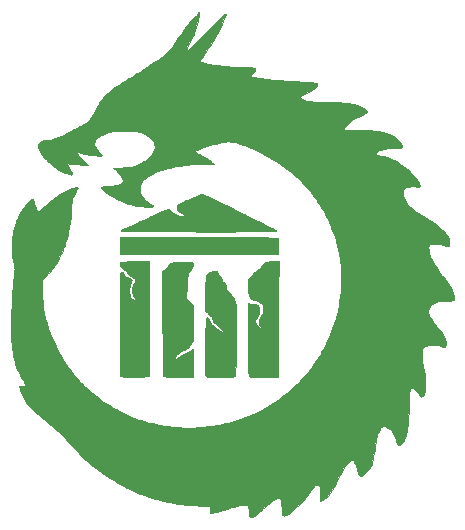
<source format=gbr>
G04 #@! TF.GenerationSoftware,KiCad,Pcbnew,5.1.4-e60b266~84~ubuntu18.04.1*
G04 #@! TF.CreationDate,2019-11-05T13:07:08-07:00*
G04 #@! TF.ProjectId,001,3030312e-6b69-4636-9164-5f7063625858,rev?*
G04 #@! TF.SameCoordinates,Original*
G04 #@! TF.FileFunction,Soldermask,Top*
G04 #@! TF.FilePolarity,Negative*
%FSLAX46Y46*%
G04 Gerber Fmt 4.6, Leading zero omitted, Abs format (unit mm)*
G04 Created by KiCad (PCBNEW 5.1.4-e60b266~84~ubuntu18.04.1) date 2019-11-05 13:07:08*
%MOMM*%
%LPD*%
G04 APERTURE LIST*
%ADD10C,0.010000*%
G04 APERTURE END LIST*
D10*
G36*
X146228238Y-94023557D02*
G01*
X146259980Y-94027750D01*
X146297193Y-94035698D01*
X146341538Y-94048186D01*
X146394676Y-94065998D01*
X146458271Y-94089921D01*
X146533981Y-94120737D01*
X146623470Y-94159234D01*
X146728398Y-94206195D01*
X146850428Y-94262406D01*
X146991220Y-94328651D01*
X147152435Y-94405715D01*
X147335736Y-94494384D01*
X147542784Y-94595442D01*
X147775240Y-94709675D01*
X148034765Y-94837866D01*
X148323022Y-94980802D01*
X148641671Y-95139268D01*
X148992374Y-95314047D01*
X149376793Y-95505925D01*
X149796588Y-95715688D01*
X150004770Y-95819769D01*
X150381747Y-96008381D01*
X150722319Y-96179031D01*
X151028029Y-96332516D01*
X151300422Y-96469631D01*
X151541043Y-96591172D01*
X151751437Y-96697935D01*
X151933148Y-96790716D01*
X152087720Y-96870311D01*
X152216699Y-96937517D01*
X152321629Y-96993128D01*
X152404054Y-97037942D01*
X152465520Y-97072753D01*
X152507570Y-97098359D01*
X152531751Y-97115554D01*
X152539605Y-97125135D01*
X152539478Y-97125946D01*
X152528284Y-97165993D01*
X152527000Y-97177898D01*
X152506172Y-97179615D01*
X152445045Y-97181231D01*
X152345650Y-97182747D01*
X152210022Y-97184164D01*
X152040194Y-97185481D01*
X151838199Y-97186699D01*
X151606071Y-97187819D01*
X151345841Y-97188841D01*
X151059545Y-97189767D01*
X150749214Y-97190595D01*
X150416883Y-97191327D01*
X150064585Y-97191964D01*
X149694352Y-97192506D01*
X149308218Y-97192952D01*
X148908217Y-97193305D01*
X148496381Y-97193564D01*
X148074743Y-97193730D01*
X147645338Y-97193803D01*
X147210198Y-97193785D01*
X146771357Y-97193674D01*
X146330847Y-97193473D01*
X145890703Y-97193181D01*
X145452956Y-97192798D01*
X145019642Y-97192327D01*
X144592791Y-97191766D01*
X144174439Y-97191117D01*
X143766619Y-97190379D01*
X143371363Y-97189555D01*
X142990704Y-97188643D01*
X142626677Y-97187644D01*
X142281313Y-97186560D01*
X141956648Y-97185390D01*
X141654713Y-97184135D01*
X141377542Y-97182796D01*
X141127169Y-97181373D01*
X140905625Y-97179866D01*
X140714946Y-97178277D01*
X140557164Y-97176605D01*
X140435400Y-97174869D01*
X140242876Y-97171325D01*
X140062906Y-97167515D01*
X139900021Y-97163572D01*
X139758756Y-97159629D01*
X139643642Y-97155817D01*
X139559213Y-97152269D01*
X139510001Y-97149117D01*
X139499453Y-97147552D01*
X139465455Y-97147855D01*
X139456012Y-97155925D01*
X139431525Y-97177702D01*
X139411318Y-97166977D01*
X139398698Y-97133569D01*
X139396972Y-97087298D01*
X139409445Y-97037983D01*
X139413457Y-97029533D01*
X139458723Y-96981213D01*
X139501079Y-96969175D01*
X139540748Y-96959725D01*
X139611109Y-96936905D01*
X139703790Y-96903660D01*
X139810423Y-96862937D01*
X139868130Y-96839976D01*
X139950710Y-96805620D01*
X140067432Y-96755549D01*
X140213967Y-96691713D01*
X140385983Y-96616060D01*
X140579151Y-96530539D01*
X140789141Y-96437099D01*
X141011623Y-96337688D01*
X141242266Y-96234256D01*
X141476741Y-96128751D01*
X141710717Y-96023123D01*
X141939864Y-95919319D01*
X142159853Y-95819288D01*
X142366352Y-95724981D01*
X142555032Y-95638344D01*
X142721563Y-95561327D01*
X142861615Y-95495880D01*
X142970857Y-95443950D01*
X142982455Y-95438349D01*
X143113185Y-95375929D01*
X143211979Y-95331075D01*
X143284386Y-95301684D01*
X143335957Y-95285655D01*
X143372243Y-95280888D01*
X143392134Y-95283278D01*
X143429640Y-95303085D01*
X143489297Y-95346421D01*
X143563146Y-95407056D01*
X143643227Y-95478761D01*
X143649738Y-95484858D01*
X143818170Y-95628110D01*
X143985317Y-95736877D01*
X144160405Y-95815011D01*
X144352658Y-95866364D01*
X144571302Y-95894788D01*
X144642417Y-95899368D01*
X144875250Y-95911459D01*
X144815066Y-95847383D01*
X144773114Y-95812241D01*
X144703333Y-95763877D01*
X144615421Y-95708659D01*
X144519075Y-95652957D01*
X144518732Y-95652768D01*
X144385907Y-95577791D01*
X144286299Y-95516221D01*
X144215187Y-95462679D01*
X144167852Y-95411781D01*
X144139575Y-95358148D01*
X144125637Y-95296398D01*
X144121317Y-95221149D01*
X144121188Y-95199475D01*
X144133679Y-95063725D01*
X144171794Y-94960081D01*
X144236495Y-94886244D01*
X144258379Y-94871283D01*
X144299811Y-94849245D01*
X144375107Y-94812594D01*
X144479306Y-94763583D01*
X144607443Y-94704467D01*
X144754555Y-94637500D01*
X144915680Y-94564935D01*
X145085854Y-94489028D01*
X145260114Y-94412031D01*
X145433497Y-94336199D01*
X145502219Y-94306383D01*
X145624090Y-94253018D01*
X145744552Y-94199167D01*
X145852918Y-94149683D01*
X145938500Y-94109422D01*
X145970097Y-94093919D01*
X146090371Y-94043138D01*
X146187803Y-94022699D01*
X146200306Y-94022334D01*
X146228238Y-94023557D01*
X146228238Y-94023557D01*
G37*
X146228238Y-94023557D02*
X146259980Y-94027750D01*
X146297193Y-94035698D01*
X146341538Y-94048186D01*
X146394676Y-94065998D01*
X146458271Y-94089921D01*
X146533981Y-94120737D01*
X146623470Y-94159234D01*
X146728398Y-94206195D01*
X146850428Y-94262406D01*
X146991220Y-94328651D01*
X147152435Y-94405715D01*
X147335736Y-94494384D01*
X147542784Y-94595442D01*
X147775240Y-94709675D01*
X148034765Y-94837866D01*
X148323022Y-94980802D01*
X148641671Y-95139268D01*
X148992374Y-95314047D01*
X149376793Y-95505925D01*
X149796588Y-95715688D01*
X150004770Y-95819769D01*
X150381747Y-96008381D01*
X150722319Y-96179031D01*
X151028029Y-96332516D01*
X151300422Y-96469631D01*
X151541043Y-96591172D01*
X151751437Y-96697935D01*
X151933148Y-96790716D01*
X152087720Y-96870311D01*
X152216699Y-96937517D01*
X152321629Y-96993128D01*
X152404054Y-97037942D01*
X152465520Y-97072753D01*
X152507570Y-97098359D01*
X152531751Y-97115554D01*
X152539605Y-97125135D01*
X152539478Y-97125946D01*
X152528284Y-97165993D01*
X152527000Y-97177898D01*
X152506172Y-97179615D01*
X152445045Y-97181231D01*
X152345650Y-97182747D01*
X152210022Y-97184164D01*
X152040194Y-97185481D01*
X151838199Y-97186699D01*
X151606071Y-97187819D01*
X151345841Y-97188841D01*
X151059545Y-97189767D01*
X150749214Y-97190595D01*
X150416883Y-97191327D01*
X150064585Y-97191964D01*
X149694352Y-97192506D01*
X149308218Y-97192952D01*
X148908217Y-97193305D01*
X148496381Y-97193564D01*
X148074743Y-97193730D01*
X147645338Y-97193803D01*
X147210198Y-97193785D01*
X146771357Y-97193674D01*
X146330847Y-97193473D01*
X145890703Y-97193181D01*
X145452956Y-97192798D01*
X145019642Y-97192327D01*
X144592791Y-97191766D01*
X144174439Y-97191117D01*
X143766619Y-97190379D01*
X143371363Y-97189555D01*
X142990704Y-97188643D01*
X142626677Y-97187644D01*
X142281313Y-97186560D01*
X141956648Y-97185390D01*
X141654713Y-97184135D01*
X141377542Y-97182796D01*
X141127169Y-97181373D01*
X140905625Y-97179866D01*
X140714946Y-97178277D01*
X140557164Y-97176605D01*
X140435400Y-97174869D01*
X140242876Y-97171325D01*
X140062906Y-97167515D01*
X139900021Y-97163572D01*
X139758756Y-97159629D01*
X139643642Y-97155817D01*
X139559213Y-97152269D01*
X139510001Y-97149117D01*
X139499453Y-97147552D01*
X139465455Y-97147855D01*
X139456012Y-97155925D01*
X139431525Y-97177702D01*
X139411318Y-97166977D01*
X139398698Y-97133569D01*
X139396972Y-97087298D01*
X139409445Y-97037983D01*
X139413457Y-97029533D01*
X139458723Y-96981213D01*
X139501079Y-96969175D01*
X139540748Y-96959725D01*
X139611109Y-96936905D01*
X139703790Y-96903660D01*
X139810423Y-96862937D01*
X139868130Y-96839976D01*
X139950710Y-96805620D01*
X140067432Y-96755549D01*
X140213967Y-96691713D01*
X140385983Y-96616060D01*
X140579151Y-96530539D01*
X140789141Y-96437099D01*
X141011623Y-96337688D01*
X141242266Y-96234256D01*
X141476741Y-96128751D01*
X141710717Y-96023123D01*
X141939864Y-95919319D01*
X142159853Y-95819288D01*
X142366352Y-95724981D01*
X142555032Y-95638344D01*
X142721563Y-95561327D01*
X142861615Y-95495880D01*
X142970857Y-95443950D01*
X142982455Y-95438349D01*
X143113185Y-95375929D01*
X143211979Y-95331075D01*
X143284386Y-95301684D01*
X143335957Y-95285655D01*
X143372243Y-95280888D01*
X143392134Y-95283278D01*
X143429640Y-95303085D01*
X143489297Y-95346421D01*
X143563146Y-95407056D01*
X143643227Y-95478761D01*
X143649738Y-95484858D01*
X143818170Y-95628110D01*
X143985317Y-95736877D01*
X144160405Y-95815011D01*
X144352658Y-95866364D01*
X144571302Y-95894788D01*
X144642417Y-95899368D01*
X144875250Y-95911459D01*
X144815066Y-95847383D01*
X144773114Y-95812241D01*
X144703333Y-95763877D01*
X144615421Y-95708659D01*
X144519075Y-95652957D01*
X144518732Y-95652768D01*
X144385907Y-95577791D01*
X144286299Y-95516221D01*
X144215187Y-95462679D01*
X144167852Y-95411781D01*
X144139575Y-95358148D01*
X144125637Y-95296398D01*
X144121317Y-95221149D01*
X144121188Y-95199475D01*
X144133679Y-95063725D01*
X144171794Y-94960081D01*
X144236495Y-94886244D01*
X144258379Y-94871283D01*
X144299811Y-94849245D01*
X144375107Y-94812594D01*
X144479306Y-94763583D01*
X144607443Y-94704467D01*
X144754555Y-94637500D01*
X144915680Y-94564935D01*
X145085854Y-94489028D01*
X145260114Y-94412031D01*
X145433497Y-94336199D01*
X145502219Y-94306383D01*
X145624090Y-94253018D01*
X145744552Y-94199167D01*
X145852918Y-94149683D01*
X145938500Y-94109422D01*
X145970097Y-94093919D01*
X146090371Y-94043138D01*
X146187803Y-94022699D01*
X146200306Y-94022334D01*
X146228238Y-94023557D01*
G36*
X144361959Y-97673217D02*
G01*
X144847275Y-97674386D01*
X145334420Y-97675636D01*
X145820691Y-97676957D01*
X146303390Y-97678338D01*
X146779816Y-97679770D01*
X147247268Y-97681243D01*
X147703046Y-97682747D01*
X148144450Y-97684272D01*
X148568780Y-97685809D01*
X148973335Y-97687347D01*
X149355414Y-97688876D01*
X149712319Y-97690388D01*
X150041347Y-97691871D01*
X150339800Y-97693316D01*
X150604977Y-97694714D01*
X150834176Y-97696054D01*
X151024699Y-97697326D01*
X151082375Y-97697758D01*
X152717500Y-97710455D01*
X152717500Y-99075996D01*
X150405042Y-99088706D01*
X150142365Y-99090081D01*
X149840961Y-99091538D01*
X149504435Y-99093061D01*
X149136393Y-99094640D01*
X148740440Y-99096261D01*
X148320182Y-99097910D01*
X147879225Y-99099575D01*
X147421174Y-99101244D01*
X146949636Y-99102902D01*
X146468215Y-99104537D01*
X145980517Y-99106137D01*
X145490149Y-99107687D01*
X145000715Y-99109176D01*
X144515822Y-99110590D01*
X144039074Y-99111916D01*
X143684625Y-99112857D01*
X139276667Y-99124297D01*
X139276667Y-97661372D01*
X144361959Y-97673217D01*
X144361959Y-97673217D01*
G37*
X144361959Y-97673217D02*
X144847275Y-97674386D01*
X145334420Y-97675636D01*
X145820691Y-97676957D01*
X146303390Y-97678338D01*
X146779816Y-97679770D01*
X147247268Y-97681243D01*
X147703046Y-97682747D01*
X148144450Y-97684272D01*
X148568780Y-97685809D01*
X148973335Y-97687347D01*
X149355414Y-97688876D01*
X149712319Y-97690388D01*
X150041347Y-97691871D01*
X150339800Y-97693316D01*
X150604977Y-97694714D01*
X150834176Y-97696054D01*
X151024699Y-97697326D01*
X151082375Y-97697758D01*
X152717500Y-97710455D01*
X152717500Y-99075996D01*
X150405042Y-99088706D01*
X150142365Y-99090081D01*
X149840961Y-99091538D01*
X149504435Y-99093061D01*
X149136393Y-99094640D01*
X148740440Y-99096261D01*
X148320182Y-99097910D01*
X147879225Y-99099575D01*
X147421174Y-99101244D01*
X146949636Y-99102902D01*
X146468215Y-99104537D01*
X145980517Y-99106137D01*
X145490149Y-99107687D01*
X145000715Y-99109176D01*
X144515822Y-99110590D01*
X144039074Y-99111916D01*
X143684625Y-99112857D01*
X139276667Y-99124297D01*
X139276667Y-97661372D01*
X144361959Y-97673217D01*
G36*
X152751673Y-100187125D02*
G01*
X152744467Y-100453656D01*
X152737542Y-100761806D01*
X152730906Y-101110861D01*
X152724566Y-101500109D01*
X152718530Y-101928835D01*
X152712806Y-102396327D01*
X152707402Y-102901870D01*
X152702327Y-103444752D01*
X152697587Y-104024259D01*
X152693191Y-104639677D01*
X152689146Y-105290294D01*
X152685460Y-105975395D01*
X152683675Y-106348060D01*
X152669190Y-109498036D01*
X151523887Y-109492749D01*
X151305110Y-109491400D01*
X151097175Y-109489463D01*
X150904290Y-109487024D01*
X150730666Y-109484165D01*
X150580510Y-109480971D01*
X150458031Y-109477525D01*
X150367440Y-109473911D01*
X150312944Y-109470212D01*
X150300812Y-109468424D01*
X150246152Y-109447176D01*
X150211452Y-109419299D01*
X150208599Y-109414068D01*
X150202318Y-109377360D01*
X150196372Y-109299619D01*
X150190780Y-109182142D01*
X150185559Y-109026230D01*
X150180726Y-108833179D01*
X150176298Y-108604290D01*
X150172294Y-108340860D01*
X150168731Y-108044188D01*
X150165626Y-107715573D01*
X150162996Y-107356313D01*
X150160860Y-106967708D01*
X150159234Y-106551055D01*
X150158136Y-106107653D01*
X150157584Y-105638801D01*
X150157576Y-105624232D01*
X150156334Y-103287880D01*
X150373292Y-103302048D01*
X150575805Y-103320236D01*
X150739856Y-103347530D01*
X150868836Y-103386686D01*
X150966139Y-103440461D01*
X151035155Y-103511612D01*
X151079278Y-103602895D01*
X151101899Y-103717067D01*
X151106411Y-103856884D01*
X151105082Y-103896737D01*
X151099322Y-103994876D01*
X151090373Y-104062930D01*
X151075344Y-104113147D01*
X151051343Y-104157773D01*
X151039160Y-104175970D01*
X151004256Y-104236905D01*
X150983669Y-104293234D01*
X150981369Y-104310471D01*
X150969513Y-104373711D01*
X150940469Y-104449427D01*
X150902652Y-104519066D01*
X150867376Y-104561792D01*
X150813402Y-104628375D01*
X150778159Y-104714055D01*
X150770167Y-104772411D01*
X150782337Y-104835160D01*
X150815651Y-104918076D01*
X150865312Y-105014124D01*
X150926523Y-105116265D01*
X150994489Y-105217464D01*
X151064412Y-105310683D01*
X151131496Y-105388885D01*
X151190945Y-105445035D01*
X151237962Y-105472094D01*
X151248045Y-105473500D01*
X151271509Y-105462721D01*
X151275171Y-105428399D01*
X151258202Y-105367557D01*
X151219769Y-105277218D01*
X151159042Y-105154406D01*
X151158864Y-105154060D01*
X151098405Y-105030638D01*
X151060016Y-104936973D01*
X151041753Y-104867963D01*
X151039561Y-104841101D01*
X151055247Y-104747565D01*
X151101787Y-104627591D01*
X151178403Y-104482878D01*
X151272728Y-104332439D01*
X151344922Y-104215403D01*
X151392107Y-104116784D01*
X151419594Y-104025455D01*
X151419902Y-104023992D01*
X151443794Y-103856176D01*
X151444963Y-103697161D01*
X151424383Y-103554588D01*
X151383027Y-103436100D01*
X151335839Y-103364014D01*
X151243646Y-103277186D01*
X151122342Y-103188888D01*
X150983920Y-103105779D01*
X150840374Y-103034521D01*
X150703696Y-102981776D01*
X150602169Y-102956520D01*
X150523268Y-102940047D01*
X150455092Y-102919300D01*
X150419780Y-102902952D01*
X150345638Y-102834355D01*
X150279993Y-102735954D01*
X150233301Y-102626584D01*
X150207529Y-102522234D01*
X150187071Y-102389924D01*
X150171907Y-102236683D01*
X150162018Y-102069542D01*
X150157384Y-101895533D01*
X150157986Y-101721688D01*
X150163804Y-101555036D01*
X150174819Y-101402609D01*
X150191012Y-101271439D01*
X150212363Y-101168556D01*
X150237507Y-101103249D01*
X150282380Y-101052083D01*
X150338504Y-101018176D01*
X150339370Y-101017887D01*
X150399901Y-100992603D01*
X150446459Y-100956705D01*
X150487914Y-100900671D01*
X150533138Y-100814982D01*
X150538149Y-100804542D01*
X150597698Y-100700076D01*
X150660442Y-100626600D01*
X150722208Y-100588472D01*
X150749526Y-100584000D01*
X150790668Y-100569953D01*
X150853685Y-100531823D01*
X150930687Y-100475626D01*
X151013782Y-100407381D01*
X151095078Y-100333105D01*
X151145324Y-100282202D01*
X151209165Y-100205799D01*
X151267877Y-100121356D01*
X151306630Y-100051392D01*
X151379870Y-99927228D01*
X151474250Y-99837414D01*
X151561897Y-99789722D01*
X151631683Y-99770072D01*
X151738300Y-99752819D01*
X151876291Y-99738412D01*
X152040198Y-99727299D01*
X152224565Y-99719928D01*
X152423932Y-99716750D01*
X152450589Y-99716668D01*
X152765761Y-99716167D01*
X152751673Y-100187125D01*
X152751673Y-100187125D01*
G37*
X152751673Y-100187125D02*
X152744467Y-100453656D01*
X152737542Y-100761806D01*
X152730906Y-101110861D01*
X152724566Y-101500109D01*
X152718530Y-101928835D01*
X152712806Y-102396327D01*
X152707402Y-102901870D01*
X152702327Y-103444752D01*
X152697587Y-104024259D01*
X152693191Y-104639677D01*
X152689146Y-105290294D01*
X152685460Y-105975395D01*
X152683675Y-106348060D01*
X152669190Y-109498036D01*
X151523887Y-109492749D01*
X151305110Y-109491400D01*
X151097175Y-109489463D01*
X150904290Y-109487024D01*
X150730666Y-109484165D01*
X150580510Y-109480971D01*
X150458031Y-109477525D01*
X150367440Y-109473911D01*
X150312944Y-109470212D01*
X150300812Y-109468424D01*
X150246152Y-109447176D01*
X150211452Y-109419299D01*
X150208599Y-109414068D01*
X150202318Y-109377360D01*
X150196372Y-109299619D01*
X150190780Y-109182142D01*
X150185559Y-109026230D01*
X150180726Y-108833179D01*
X150176298Y-108604290D01*
X150172294Y-108340860D01*
X150168731Y-108044188D01*
X150165626Y-107715573D01*
X150162996Y-107356313D01*
X150160860Y-106967708D01*
X150159234Y-106551055D01*
X150158136Y-106107653D01*
X150157584Y-105638801D01*
X150157576Y-105624232D01*
X150156334Y-103287880D01*
X150373292Y-103302048D01*
X150575805Y-103320236D01*
X150739856Y-103347530D01*
X150868836Y-103386686D01*
X150966139Y-103440461D01*
X151035155Y-103511612D01*
X151079278Y-103602895D01*
X151101899Y-103717067D01*
X151106411Y-103856884D01*
X151105082Y-103896737D01*
X151099322Y-103994876D01*
X151090373Y-104062930D01*
X151075344Y-104113147D01*
X151051343Y-104157773D01*
X151039160Y-104175970D01*
X151004256Y-104236905D01*
X150983669Y-104293234D01*
X150981369Y-104310471D01*
X150969513Y-104373711D01*
X150940469Y-104449427D01*
X150902652Y-104519066D01*
X150867376Y-104561792D01*
X150813402Y-104628375D01*
X150778159Y-104714055D01*
X150770167Y-104772411D01*
X150782337Y-104835160D01*
X150815651Y-104918076D01*
X150865312Y-105014124D01*
X150926523Y-105116265D01*
X150994489Y-105217464D01*
X151064412Y-105310683D01*
X151131496Y-105388885D01*
X151190945Y-105445035D01*
X151237962Y-105472094D01*
X151248045Y-105473500D01*
X151271509Y-105462721D01*
X151275171Y-105428399D01*
X151258202Y-105367557D01*
X151219769Y-105277218D01*
X151159042Y-105154406D01*
X151158864Y-105154060D01*
X151098405Y-105030638D01*
X151060016Y-104936973D01*
X151041753Y-104867963D01*
X151039561Y-104841101D01*
X151055247Y-104747565D01*
X151101787Y-104627591D01*
X151178403Y-104482878D01*
X151272728Y-104332439D01*
X151344922Y-104215403D01*
X151392107Y-104116784D01*
X151419594Y-104025455D01*
X151419902Y-104023992D01*
X151443794Y-103856176D01*
X151444963Y-103697161D01*
X151424383Y-103554588D01*
X151383027Y-103436100D01*
X151335839Y-103364014D01*
X151243646Y-103277186D01*
X151122342Y-103188888D01*
X150983920Y-103105779D01*
X150840374Y-103034521D01*
X150703696Y-102981776D01*
X150602169Y-102956520D01*
X150523268Y-102940047D01*
X150455092Y-102919300D01*
X150419780Y-102902952D01*
X150345638Y-102834355D01*
X150279993Y-102735954D01*
X150233301Y-102626584D01*
X150207529Y-102522234D01*
X150187071Y-102389924D01*
X150171907Y-102236683D01*
X150162018Y-102069542D01*
X150157384Y-101895533D01*
X150157986Y-101721688D01*
X150163804Y-101555036D01*
X150174819Y-101402609D01*
X150191012Y-101271439D01*
X150212363Y-101168556D01*
X150237507Y-101103249D01*
X150282380Y-101052083D01*
X150338504Y-101018176D01*
X150339370Y-101017887D01*
X150399901Y-100992603D01*
X150446459Y-100956705D01*
X150487914Y-100900671D01*
X150533138Y-100814982D01*
X150538149Y-100804542D01*
X150597698Y-100700076D01*
X150660442Y-100626600D01*
X150722208Y-100588472D01*
X150749526Y-100584000D01*
X150790668Y-100569953D01*
X150853685Y-100531823D01*
X150930687Y-100475626D01*
X151013782Y-100407381D01*
X151095078Y-100333105D01*
X151145324Y-100282202D01*
X151209165Y-100205799D01*
X151267877Y-100121356D01*
X151306630Y-100051392D01*
X151379870Y-99927228D01*
X151474250Y-99837414D01*
X151561897Y-99789722D01*
X151631683Y-99770072D01*
X151738300Y-99752819D01*
X151876291Y-99738412D01*
X152040198Y-99727299D01*
X152224565Y-99719928D01*
X152423932Y-99716750D01*
X152450589Y-99716668D01*
X152765761Y-99716167D01*
X152751673Y-100187125D01*
G36*
X147422842Y-100549673D02*
G01*
X147484724Y-100571437D01*
X147542451Y-100610393D01*
X147551261Y-100617675D01*
X147607315Y-100685947D01*
X147630175Y-100760556D01*
X147647243Y-100821774D01*
X147682922Y-100880264D01*
X147745213Y-100948958D01*
X147749200Y-100952922D01*
X147840050Y-101057321D01*
X147893469Y-101155228D01*
X147912531Y-101252451D01*
X147912667Y-101261705D01*
X147931091Y-101357604D01*
X147987427Y-101438765D01*
X148083266Y-101507482D01*
X148083470Y-101507593D01*
X148161228Y-101558850D01*
X148214228Y-101619133D01*
X148248097Y-101698451D01*
X148268460Y-101806809D01*
X148272523Y-101843880D01*
X148285404Y-101932234D01*
X148304530Y-102015167D01*
X148323437Y-102069088D01*
X148350743Y-102111548D01*
X148401345Y-102176688D01*
X148468957Y-102256904D01*
X148547294Y-102344591D01*
X148581907Y-102381844D01*
X148673475Y-102482797D01*
X148751082Y-102575395D01*
X148809292Y-102652811D01*
X148842667Y-102708217D01*
X148843770Y-102710713D01*
X148879016Y-102781535D01*
X148926725Y-102863567D01*
X148958435Y-102912337D01*
X148999051Y-102975270D01*
X149029738Y-103035086D01*
X149052543Y-103100084D01*
X149069519Y-103178564D01*
X149082714Y-103278825D01*
X149094179Y-103409167D01*
X149099598Y-103483834D01*
X149102604Y-103549211D01*
X149105174Y-103650791D01*
X149107322Y-103785664D01*
X149109064Y-103950918D01*
X149110416Y-104143645D01*
X149111391Y-104360934D01*
X149112006Y-104599873D01*
X149112276Y-104857554D01*
X149112215Y-105131065D01*
X149111838Y-105417497D01*
X149111162Y-105713939D01*
X149110201Y-106017481D01*
X149108970Y-106325212D01*
X149107484Y-106634223D01*
X149105759Y-106941602D01*
X149103810Y-107244440D01*
X149101651Y-107539826D01*
X149099298Y-107824851D01*
X149096766Y-108096602D01*
X149094071Y-108352172D01*
X149091226Y-108588648D01*
X149088249Y-108803121D01*
X149085153Y-108992681D01*
X149081953Y-109154416D01*
X149078666Y-109285418D01*
X149075306Y-109382775D01*
X149071888Y-109443577D01*
X149068477Y-109464901D01*
X149041096Y-109467352D01*
X148976146Y-109469668D01*
X148878391Y-109471830D01*
X148752597Y-109473820D01*
X148603527Y-109475619D01*
X148435947Y-109477209D01*
X148254619Y-109478571D01*
X148064309Y-109479686D01*
X147869782Y-109480537D01*
X147675801Y-109481104D01*
X147487131Y-109481369D01*
X147308537Y-109481314D01*
X147144782Y-109480919D01*
X147000632Y-109480168D01*
X146880850Y-109479040D01*
X146790202Y-109477517D01*
X146733451Y-109475582D01*
X146716750Y-109474042D01*
X146617622Y-109439703D01*
X146535963Y-109378736D01*
X146518535Y-109360875D01*
X146488400Y-109326194D01*
X146487240Y-109314428D01*
X146507952Y-109317686D01*
X146514125Y-109318267D01*
X146519619Y-109315054D01*
X146524473Y-109305726D01*
X146528727Y-109287965D01*
X146532420Y-109259453D01*
X146535592Y-109217871D01*
X146538283Y-109160902D01*
X146540532Y-109086225D01*
X146542379Y-108991524D01*
X146543863Y-108874479D01*
X146545023Y-108732772D01*
X146545900Y-108564084D01*
X146546532Y-108366098D01*
X146546960Y-108136493D01*
X146547223Y-107872953D01*
X146547360Y-107573159D01*
X146547411Y-107234791D01*
X146547417Y-107003879D01*
X146547437Y-106628248D01*
X146547556Y-106292642D01*
X146547862Y-105994754D01*
X146548442Y-105732276D01*
X146549384Y-105502899D01*
X146550775Y-105304317D01*
X146552704Y-105134220D01*
X146555258Y-104990302D01*
X146558525Y-104870254D01*
X146562592Y-104771768D01*
X146567548Y-104692537D01*
X146573479Y-104630253D01*
X146580474Y-104582607D01*
X146588620Y-104547293D01*
X146598004Y-104522001D01*
X146608716Y-104504425D01*
X146620842Y-104492256D01*
X146634470Y-104483186D01*
X146643386Y-104478282D01*
X146700918Y-104468679D01*
X146758769Y-104498482D01*
X146814386Y-104564861D01*
X146865215Y-104664985D01*
X146898957Y-104761524D01*
X146922156Y-104832846D01*
X146947422Y-104888827D01*
X146982143Y-104940560D01*
X147033704Y-104999140D01*
X147105406Y-105071628D01*
X147191208Y-105151269D01*
X147299378Y-105243985D01*
X147420853Y-105342720D01*
X147546568Y-105440414D01*
X147667458Y-105530009D01*
X147774459Y-105604446D01*
X147851995Y-105652990D01*
X147932662Y-105693207D01*
X147985285Y-105704535D01*
X148012725Y-105687013D01*
X148018500Y-105655318D01*
X148002729Y-105604331D01*
X147959265Y-105533251D01*
X147893883Y-105447909D01*
X147812359Y-105354135D01*
X147720467Y-105257759D01*
X147623983Y-105164612D01*
X147528681Y-105080523D01*
X147440336Y-105011324D01*
X147364725Y-104962846D01*
X147311553Y-104941592D01*
X147258078Y-104909924D01*
X147210887Y-104838439D01*
X147171314Y-104729363D01*
X147161290Y-104690334D01*
X147133756Y-104575852D01*
X147112257Y-104494959D01*
X147093168Y-104440029D01*
X147072864Y-104403433D01*
X147047722Y-104377545D01*
X147014115Y-104354736D01*
X146996909Y-104344421D01*
X146946358Y-104308071D01*
X146876287Y-104249264D01*
X146796224Y-104176334D01*
X146720922Y-104102916D01*
X146534593Y-103914662D01*
X146541789Y-102508623D01*
X146543241Y-102215560D01*
X146544622Y-101961680D01*
X146546288Y-101743837D01*
X146548595Y-101558883D01*
X146551900Y-101403670D01*
X146556559Y-101275051D01*
X146562927Y-101169879D01*
X146571361Y-101085007D01*
X146582217Y-101017286D01*
X146595851Y-100963569D01*
X146612618Y-100920710D01*
X146632875Y-100885560D01*
X146656978Y-100854972D01*
X146685283Y-100825799D01*
X146718147Y-100794893D01*
X146737733Y-100776546D01*
X146887390Y-100659990D01*
X147047562Y-100584033D01*
X147220042Y-100547850D01*
X147236929Y-100546466D01*
X147344385Y-100542288D01*
X147422842Y-100549673D01*
X147422842Y-100549673D01*
G37*
X147422842Y-100549673D02*
X147484724Y-100571437D01*
X147542451Y-100610393D01*
X147551261Y-100617675D01*
X147607315Y-100685947D01*
X147630175Y-100760556D01*
X147647243Y-100821774D01*
X147682922Y-100880264D01*
X147745213Y-100948958D01*
X147749200Y-100952922D01*
X147840050Y-101057321D01*
X147893469Y-101155228D01*
X147912531Y-101252451D01*
X147912667Y-101261705D01*
X147931091Y-101357604D01*
X147987427Y-101438765D01*
X148083266Y-101507482D01*
X148083470Y-101507593D01*
X148161228Y-101558850D01*
X148214228Y-101619133D01*
X148248097Y-101698451D01*
X148268460Y-101806809D01*
X148272523Y-101843880D01*
X148285404Y-101932234D01*
X148304530Y-102015167D01*
X148323437Y-102069088D01*
X148350743Y-102111548D01*
X148401345Y-102176688D01*
X148468957Y-102256904D01*
X148547294Y-102344591D01*
X148581907Y-102381844D01*
X148673475Y-102482797D01*
X148751082Y-102575395D01*
X148809292Y-102652811D01*
X148842667Y-102708217D01*
X148843770Y-102710713D01*
X148879016Y-102781535D01*
X148926725Y-102863567D01*
X148958435Y-102912337D01*
X148999051Y-102975270D01*
X149029738Y-103035086D01*
X149052543Y-103100084D01*
X149069519Y-103178564D01*
X149082714Y-103278825D01*
X149094179Y-103409167D01*
X149099598Y-103483834D01*
X149102604Y-103549211D01*
X149105174Y-103650791D01*
X149107322Y-103785664D01*
X149109064Y-103950918D01*
X149110416Y-104143645D01*
X149111391Y-104360934D01*
X149112006Y-104599873D01*
X149112276Y-104857554D01*
X149112215Y-105131065D01*
X149111838Y-105417497D01*
X149111162Y-105713939D01*
X149110201Y-106017481D01*
X149108970Y-106325212D01*
X149107484Y-106634223D01*
X149105759Y-106941602D01*
X149103810Y-107244440D01*
X149101651Y-107539826D01*
X149099298Y-107824851D01*
X149096766Y-108096602D01*
X149094071Y-108352172D01*
X149091226Y-108588648D01*
X149088249Y-108803121D01*
X149085153Y-108992681D01*
X149081953Y-109154416D01*
X149078666Y-109285418D01*
X149075306Y-109382775D01*
X149071888Y-109443577D01*
X149068477Y-109464901D01*
X149041096Y-109467352D01*
X148976146Y-109469668D01*
X148878391Y-109471830D01*
X148752597Y-109473820D01*
X148603527Y-109475619D01*
X148435947Y-109477209D01*
X148254619Y-109478571D01*
X148064309Y-109479686D01*
X147869782Y-109480537D01*
X147675801Y-109481104D01*
X147487131Y-109481369D01*
X147308537Y-109481314D01*
X147144782Y-109480919D01*
X147000632Y-109480168D01*
X146880850Y-109479040D01*
X146790202Y-109477517D01*
X146733451Y-109475582D01*
X146716750Y-109474042D01*
X146617622Y-109439703D01*
X146535963Y-109378736D01*
X146518535Y-109360875D01*
X146488400Y-109326194D01*
X146487240Y-109314428D01*
X146507952Y-109317686D01*
X146514125Y-109318267D01*
X146519619Y-109315054D01*
X146524473Y-109305726D01*
X146528727Y-109287965D01*
X146532420Y-109259453D01*
X146535592Y-109217871D01*
X146538283Y-109160902D01*
X146540532Y-109086225D01*
X146542379Y-108991524D01*
X146543863Y-108874479D01*
X146545023Y-108732772D01*
X146545900Y-108564084D01*
X146546532Y-108366098D01*
X146546960Y-108136493D01*
X146547223Y-107872953D01*
X146547360Y-107573159D01*
X146547411Y-107234791D01*
X146547417Y-107003879D01*
X146547437Y-106628248D01*
X146547556Y-106292642D01*
X146547862Y-105994754D01*
X146548442Y-105732276D01*
X146549384Y-105502899D01*
X146550775Y-105304317D01*
X146552704Y-105134220D01*
X146555258Y-104990302D01*
X146558525Y-104870254D01*
X146562592Y-104771768D01*
X146567548Y-104692537D01*
X146573479Y-104630253D01*
X146580474Y-104582607D01*
X146588620Y-104547293D01*
X146598004Y-104522001D01*
X146608716Y-104504425D01*
X146620842Y-104492256D01*
X146634470Y-104483186D01*
X146643386Y-104478282D01*
X146700918Y-104468679D01*
X146758769Y-104498482D01*
X146814386Y-104564861D01*
X146865215Y-104664985D01*
X146898957Y-104761524D01*
X146922156Y-104832846D01*
X146947422Y-104888827D01*
X146982143Y-104940560D01*
X147033704Y-104999140D01*
X147105406Y-105071628D01*
X147191208Y-105151269D01*
X147299378Y-105243985D01*
X147420853Y-105342720D01*
X147546568Y-105440414D01*
X147667458Y-105530009D01*
X147774459Y-105604446D01*
X147851995Y-105652990D01*
X147932662Y-105693207D01*
X147985285Y-105704535D01*
X148012725Y-105687013D01*
X148018500Y-105655318D01*
X148002729Y-105604331D01*
X147959265Y-105533251D01*
X147893883Y-105447909D01*
X147812359Y-105354135D01*
X147720467Y-105257759D01*
X147623983Y-105164612D01*
X147528681Y-105080523D01*
X147440336Y-105011324D01*
X147364725Y-104962846D01*
X147311553Y-104941592D01*
X147258078Y-104909924D01*
X147210887Y-104838439D01*
X147171314Y-104729363D01*
X147161290Y-104690334D01*
X147133756Y-104575852D01*
X147112257Y-104494959D01*
X147093168Y-104440029D01*
X147072864Y-104403433D01*
X147047722Y-104377545D01*
X147014115Y-104354736D01*
X146996909Y-104344421D01*
X146946358Y-104308071D01*
X146876287Y-104249264D01*
X146796224Y-104176334D01*
X146720922Y-104102916D01*
X146534593Y-103914662D01*
X146541789Y-102508623D01*
X146543241Y-102215560D01*
X146544622Y-101961680D01*
X146546288Y-101743837D01*
X146548595Y-101558883D01*
X146551900Y-101403670D01*
X146556559Y-101275051D01*
X146562927Y-101169879D01*
X146571361Y-101085007D01*
X146582217Y-101017286D01*
X146595851Y-100963569D01*
X146612618Y-100920710D01*
X146632875Y-100885560D01*
X146656978Y-100854972D01*
X146685283Y-100825799D01*
X146718147Y-100794893D01*
X146737733Y-100776546D01*
X146887390Y-100659990D01*
X147047562Y-100584033D01*
X147220042Y-100547850D01*
X147236929Y-100546466D01*
X147344385Y-100542288D01*
X147422842Y-100549673D01*
G36*
X144649994Y-99741430D02*
G01*
X144812949Y-99744995D01*
X144957722Y-99750931D01*
X145028413Y-99755429D01*
X145180411Y-99769384D01*
X145294841Y-99785987D01*
X145376448Y-99806544D01*
X145429975Y-99832365D01*
X145460168Y-99864756D01*
X145465352Y-99875865D01*
X145478566Y-99962678D01*
X145460222Y-100073074D01*
X145410018Y-100207869D01*
X145327652Y-100367882D01*
X145217747Y-100546427D01*
X145157052Y-100638995D01*
X145110801Y-100712595D01*
X145076978Y-100775160D01*
X145053568Y-100834623D01*
X145038558Y-100898917D01*
X145029930Y-100975975D01*
X145025672Y-101073730D01*
X145023766Y-101200114D01*
X145022711Y-101314250D01*
X145019888Y-101491653D01*
X145014621Y-101639554D01*
X145005935Y-101770760D01*
X144992853Y-101898076D01*
X144974403Y-102034309D01*
X144961469Y-102118584D01*
X144933853Y-102296330D01*
X144913276Y-102437534D01*
X144899370Y-102547332D01*
X144891768Y-102630862D01*
X144890099Y-102693261D01*
X144893998Y-102739666D01*
X144903094Y-102775214D01*
X144912830Y-102797309D01*
X144937981Y-102831970D01*
X144988048Y-102889994D01*
X145057486Y-102965345D01*
X145140748Y-103051990D01*
X145222329Y-103134054D01*
X145499667Y-103408608D01*
X145499357Y-106436584D01*
X145359509Y-106637667D01*
X145246703Y-106795240D01*
X145148123Y-106921003D01*
X145057820Y-107020363D01*
X144969844Y-107098726D01*
X144878246Y-107161499D01*
X144777078Y-107214088D01*
X144681327Y-107253973D01*
X144476125Y-107344381D01*
X144305633Y-107444184D01*
X144172065Y-107551783D01*
X144077632Y-107665579D01*
X144053759Y-107707522D01*
X144032083Y-107760710D01*
X144007255Y-107835963D01*
X143983388Y-107918767D01*
X143964595Y-107994607D01*
X143954987Y-108048969D01*
X143954500Y-108057893D01*
X143967835Y-108060529D01*
X144002161Y-108037938D01*
X144033875Y-108010092D01*
X144097541Y-107954323D01*
X144176013Y-107894857D01*
X144272750Y-107829625D01*
X144391211Y-107756553D01*
X144534858Y-107673568D01*
X144707149Y-107578600D01*
X144911543Y-107469575D01*
X145105273Y-107368365D01*
X145504629Y-107161228D01*
X145491262Y-108100656D01*
X145488136Y-108305495D01*
X145484691Y-108505058D01*
X145481055Y-108693678D01*
X145477351Y-108865689D01*
X145473708Y-109015425D01*
X145470249Y-109137220D01*
X145467102Y-109225408D01*
X145465577Y-109257042D01*
X145453260Y-109474000D01*
X145024819Y-109474000D01*
X144877252Y-109474366D01*
X144699948Y-109475392D01*
X144505496Y-109476969D01*
X144306484Y-109478988D01*
X144115501Y-109481341D01*
X144026731Y-109482613D01*
X143860823Y-109484447D01*
X143695539Y-109485050D01*
X143539648Y-109484480D01*
X143401917Y-109482797D01*
X143291114Y-109480057D01*
X143230576Y-109477321D01*
X143117719Y-109467879D01*
X143033867Y-109455572D01*
X142984670Y-109441321D01*
X142976576Y-109435936D01*
X142970643Y-109426710D01*
X142965133Y-109410262D01*
X142960024Y-109384989D01*
X142955291Y-109349287D01*
X142950911Y-109301552D01*
X142946860Y-109240181D01*
X142943116Y-109163569D01*
X142939654Y-109070112D01*
X142936450Y-108958208D01*
X142933482Y-108826251D01*
X142930726Y-108672639D01*
X142928158Y-108495767D01*
X142925755Y-108294031D01*
X142923493Y-108065829D01*
X142921348Y-107809555D01*
X142919298Y-107523606D01*
X142917318Y-107206378D01*
X142915385Y-106856267D01*
X142913475Y-106471670D01*
X142911565Y-106050983D01*
X142909632Y-105592602D01*
X142907651Y-105094922D01*
X142905824Y-104616250D01*
X142890559Y-100552250D01*
X142995906Y-100473107D01*
X143097181Y-100387491D01*
X143213262Y-100271219D01*
X143346687Y-100121685D01*
X143401904Y-100056271D01*
X143494335Y-99958662D01*
X143580257Y-99894170D01*
X143655707Y-99865609D01*
X143672088Y-99864413D01*
X143715794Y-99854866D01*
X143779473Y-99830403D01*
X143825549Y-99808411D01*
X143865550Y-99788691D01*
X143903464Y-99774011D01*
X143946593Y-99763419D01*
X144002240Y-99755962D01*
X144077710Y-99750685D01*
X144180305Y-99746635D01*
X144317330Y-99742860D01*
X144330211Y-99742536D01*
X144484026Y-99740517D01*
X144649994Y-99741430D01*
X144649994Y-99741430D01*
G37*
X144649994Y-99741430D02*
X144812949Y-99744995D01*
X144957722Y-99750931D01*
X145028413Y-99755429D01*
X145180411Y-99769384D01*
X145294841Y-99785987D01*
X145376448Y-99806544D01*
X145429975Y-99832365D01*
X145460168Y-99864756D01*
X145465352Y-99875865D01*
X145478566Y-99962678D01*
X145460222Y-100073074D01*
X145410018Y-100207869D01*
X145327652Y-100367882D01*
X145217747Y-100546427D01*
X145157052Y-100638995D01*
X145110801Y-100712595D01*
X145076978Y-100775160D01*
X145053568Y-100834623D01*
X145038558Y-100898917D01*
X145029930Y-100975975D01*
X145025672Y-101073730D01*
X145023766Y-101200114D01*
X145022711Y-101314250D01*
X145019888Y-101491653D01*
X145014621Y-101639554D01*
X145005935Y-101770760D01*
X144992853Y-101898076D01*
X144974403Y-102034309D01*
X144961469Y-102118584D01*
X144933853Y-102296330D01*
X144913276Y-102437534D01*
X144899370Y-102547332D01*
X144891768Y-102630862D01*
X144890099Y-102693261D01*
X144893998Y-102739666D01*
X144903094Y-102775214D01*
X144912830Y-102797309D01*
X144937981Y-102831970D01*
X144988048Y-102889994D01*
X145057486Y-102965345D01*
X145140748Y-103051990D01*
X145222329Y-103134054D01*
X145499667Y-103408608D01*
X145499357Y-106436584D01*
X145359509Y-106637667D01*
X145246703Y-106795240D01*
X145148123Y-106921003D01*
X145057820Y-107020363D01*
X144969844Y-107098726D01*
X144878246Y-107161499D01*
X144777078Y-107214088D01*
X144681327Y-107253973D01*
X144476125Y-107344381D01*
X144305633Y-107444184D01*
X144172065Y-107551783D01*
X144077632Y-107665579D01*
X144053759Y-107707522D01*
X144032083Y-107760710D01*
X144007255Y-107835963D01*
X143983388Y-107918767D01*
X143964595Y-107994607D01*
X143954987Y-108048969D01*
X143954500Y-108057893D01*
X143967835Y-108060529D01*
X144002161Y-108037938D01*
X144033875Y-108010092D01*
X144097541Y-107954323D01*
X144176013Y-107894857D01*
X144272750Y-107829625D01*
X144391211Y-107756553D01*
X144534858Y-107673568D01*
X144707149Y-107578600D01*
X144911543Y-107469575D01*
X145105273Y-107368365D01*
X145504629Y-107161228D01*
X145491262Y-108100656D01*
X145488136Y-108305495D01*
X145484691Y-108505058D01*
X145481055Y-108693678D01*
X145477351Y-108865689D01*
X145473708Y-109015425D01*
X145470249Y-109137220D01*
X145467102Y-109225408D01*
X145465577Y-109257042D01*
X145453260Y-109474000D01*
X145024819Y-109474000D01*
X144877252Y-109474366D01*
X144699948Y-109475392D01*
X144505496Y-109476969D01*
X144306484Y-109478988D01*
X144115501Y-109481341D01*
X144026731Y-109482613D01*
X143860823Y-109484447D01*
X143695539Y-109485050D01*
X143539648Y-109484480D01*
X143401917Y-109482797D01*
X143291114Y-109480057D01*
X143230576Y-109477321D01*
X143117719Y-109467879D01*
X143033867Y-109455572D01*
X142984670Y-109441321D01*
X142976576Y-109435936D01*
X142970643Y-109426710D01*
X142965133Y-109410262D01*
X142960024Y-109384989D01*
X142955291Y-109349287D01*
X142950911Y-109301552D01*
X142946860Y-109240181D01*
X142943116Y-109163569D01*
X142939654Y-109070112D01*
X142936450Y-108958208D01*
X142933482Y-108826251D01*
X142930726Y-108672639D01*
X142928158Y-108495767D01*
X142925755Y-108294031D01*
X142923493Y-108065829D01*
X142921348Y-107809555D01*
X142919298Y-107523606D01*
X142917318Y-107206378D01*
X142915385Y-106856267D01*
X142913475Y-106471670D01*
X142911565Y-106050983D01*
X142909632Y-105592602D01*
X142907651Y-105094922D01*
X142905824Y-104616250D01*
X142890559Y-100552250D01*
X142995906Y-100473107D01*
X143097181Y-100387491D01*
X143213262Y-100271219D01*
X143346687Y-100121685D01*
X143401904Y-100056271D01*
X143494335Y-99958662D01*
X143580257Y-99894170D01*
X143655707Y-99865609D01*
X143672088Y-99864413D01*
X143715794Y-99854866D01*
X143779473Y-99830403D01*
X143825549Y-99808411D01*
X143865550Y-99788691D01*
X143903464Y-99774011D01*
X143946593Y-99763419D01*
X144002240Y-99755962D01*
X144077710Y-99750685D01*
X144180305Y-99746635D01*
X144317330Y-99742860D01*
X144330211Y-99742536D01*
X144484026Y-99740517D01*
X144649994Y-99741430D01*
G36*
X141785789Y-104579209D02*
G01*
X141784304Y-105029998D01*
X141782739Y-105469612D01*
X141781104Y-105896176D01*
X141779413Y-106307813D01*
X141777675Y-106702646D01*
X141775901Y-107078800D01*
X141774105Y-107434397D01*
X141772295Y-107767562D01*
X141770484Y-108076418D01*
X141768684Y-108359089D01*
X141766904Y-108613698D01*
X141765157Y-108838370D01*
X141763455Y-109031227D01*
X141761807Y-109190394D01*
X141760225Y-109313994D01*
X141758721Y-109400151D01*
X141757306Y-109446988D01*
X141756497Y-109455445D01*
X141732597Y-109458795D01*
X141671253Y-109462085D01*
X141577353Y-109465268D01*
X141455789Y-109468298D01*
X141311447Y-109471129D01*
X141149219Y-109473715D01*
X140973992Y-109476009D01*
X140790656Y-109477966D01*
X140604101Y-109479539D01*
X140419215Y-109480682D01*
X140240888Y-109481350D01*
X140074008Y-109481495D01*
X139923466Y-109481071D01*
X139794150Y-109480033D01*
X139690950Y-109478335D01*
X139618754Y-109475929D01*
X139613971Y-109475678D01*
X139511724Y-109469189D01*
X139441617Y-109461438D01*
X139393472Y-109449972D01*
X139357113Y-109432342D01*
X139322362Y-109406097D01*
X139321305Y-109405209D01*
X139281622Y-109367567D01*
X139276287Y-109349549D01*
X139287940Y-109347000D01*
X139305658Y-109342330D01*
X139314932Y-109322711D01*
X139316961Y-109279726D01*
X139312946Y-109204960D01*
X139311337Y-109182959D01*
X139309906Y-109143925D01*
X139308361Y-109064908D01*
X139306719Y-108948260D01*
X139304995Y-108796329D01*
X139303206Y-108611466D01*
X139301370Y-108396022D01*
X139299501Y-108152347D01*
X139297618Y-107882792D01*
X139295736Y-107589706D01*
X139293873Y-107275441D01*
X139292044Y-106942345D01*
X139290266Y-106592771D01*
X139288556Y-106229068D01*
X139286930Y-105853587D01*
X139285665Y-105537000D01*
X139283695Y-104978848D01*
X139282244Y-104461720D01*
X139281327Y-103984310D01*
X139280960Y-103545313D01*
X139281156Y-103143422D01*
X139281932Y-102777332D01*
X139283300Y-102445736D01*
X139285278Y-102147328D01*
X139287878Y-101880803D01*
X139291116Y-101644854D01*
X139295007Y-101438175D01*
X139299565Y-101259462D01*
X139304806Y-101107406D01*
X139310743Y-100980703D01*
X139317393Y-100878047D01*
X139324769Y-100798131D01*
X139332886Y-100739650D01*
X139340339Y-100705958D01*
X139374843Y-100633952D01*
X139422591Y-100598120D01*
X139478555Y-100596445D01*
X139537710Y-100626913D01*
X139595029Y-100687509D01*
X139645484Y-100776218D01*
X139668956Y-100837694D01*
X139711551Y-100934939D01*
X139766442Y-101011010D01*
X139827069Y-101058467D01*
X139874518Y-101070834D01*
X139953400Y-101082679D01*
X140040979Y-101114291D01*
X140127894Y-101159779D01*
X140204783Y-101213255D01*
X140262286Y-101268831D01*
X140291041Y-101320617D01*
X140292667Y-101333883D01*
X140284486Y-101370336D01*
X140262895Y-101432592D01*
X140232319Y-101508061D01*
X140227751Y-101518558D01*
X140172119Y-101664256D01*
X140134249Y-101812082D01*
X140111994Y-101973986D01*
X140103208Y-102161917D01*
X140102865Y-102213834D01*
X140108405Y-102400132D01*
X140124775Y-102553684D01*
X140151518Y-102671883D01*
X140188175Y-102752123D01*
X140200103Y-102767377D01*
X140257523Y-102819919D01*
X140333566Y-102875389D01*
X140412382Y-102923293D01*
X140478118Y-102953135D01*
X140482861Y-102954579D01*
X140550572Y-102958859D01*
X140581192Y-102944671D01*
X140598587Y-102932127D01*
X140606983Y-102920274D01*
X140603155Y-102902112D01*
X140583880Y-102870639D01*
X140545932Y-102818856D01*
X140487904Y-102742168D01*
X140424182Y-102638333D01*
X140380815Y-102518804D01*
X140355763Y-102375625D01*
X140346985Y-102200838D01*
X140346942Y-102192667D01*
X140351147Y-102033516D01*
X140367571Y-101899375D01*
X140399959Y-101774234D01*
X140452053Y-101642086D01*
X140498582Y-101544192D01*
X140545173Y-101446151D01*
X140572435Y-101376349D01*
X140582964Y-101326811D01*
X140580313Y-101293102D01*
X140552612Y-101238732D01*
X140497960Y-101170799D01*
X140425389Y-101098035D01*
X140343934Y-101029172D01*
X140262630Y-100972942D01*
X140230779Y-100955234D01*
X140112142Y-100883179D01*
X140013737Y-100799839D01*
X139942923Y-100712449D01*
X139909717Y-100639623D01*
X139885036Y-100564125D01*
X139855141Y-100519871D01*
X139810283Y-100496018D01*
X139772567Y-100487069D01*
X139670348Y-100449917D01*
X139564643Y-100380631D01*
X139464289Y-100287579D01*
X139378126Y-100179127D01*
X139314989Y-100063640D01*
X139308697Y-100047930D01*
X139282035Y-99945634D01*
X139289754Y-99865434D01*
X139332316Y-99804096D01*
X139345000Y-99793845D01*
X139369741Y-99778413D01*
X139401191Y-99766560D01*
X139445817Y-99757450D01*
X139510088Y-99750249D01*
X139600472Y-99744121D01*
X139723438Y-99738230D01*
X139800083Y-99735076D01*
X139917062Y-99731280D01*
X140068173Y-99727721D01*
X140245213Y-99724517D01*
X140439979Y-99721787D01*
X140644270Y-99719651D01*
X140849883Y-99718227D01*
X140999292Y-99717700D01*
X141801168Y-99716167D01*
X141785789Y-104579209D01*
X141785789Y-104579209D01*
G37*
X141785789Y-104579209D02*
X141784304Y-105029998D01*
X141782739Y-105469612D01*
X141781104Y-105896176D01*
X141779413Y-106307813D01*
X141777675Y-106702646D01*
X141775901Y-107078800D01*
X141774105Y-107434397D01*
X141772295Y-107767562D01*
X141770484Y-108076418D01*
X141768684Y-108359089D01*
X141766904Y-108613698D01*
X141765157Y-108838370D01*
X141763455Y-109031227D01*
X141761807Y-109190394D01*
X141760225Y-109313994D01*
X141758721Y-109400151D01*
X141757306Y-109446988D01*
X141756497Y-109455445D01*
X141732597Y-109458795D01*
X141671253Y-109462085D01*
X141577353Y-109465268D01*
X141455789Y-109468298D01*
X141311447Y-109471129D01*
X141149219Y-109473715D01*
X140973992Y-109476009D01*
X140790656Y-109477966D01*
X140604101Y-109479539D01*
X140419215Y-109480682D01*
X140240888Y-109481350D01*
X140074008Y-109481495D01*
X139923466Y-109481071D01*
X139794150Y-109480033D01*
X139690950Y-109478335D01*
X139618754Y-109475929D01*
X139613971Y-109475678D01*
X139511724Y-109469189D01*
X139441617Y-109461438D01*
X139393472Y-109449972D01*
X139357113Y-109432342D01*
X139322362Y-109406097D01*
X139321305Y-109405209D01*
X139281622Y-109367567D01*
X139276287Y-109349549D01*
X139287940Y-109347000D01*
X139305658Y-109342330D01*
X139314932Y-109322711D01*
X139316961Y-109279726D01*
X139312946Y-109204960D01*
X139311337Y-109182959D01*
X139309906Y-109143925D01*
X139308361Y-109064908D01*
X139306719Y-108948260D01*
X139304995Y-108796329D01*
X139303206Y-108611466D01*
X139301370Y-108396022D01*
X139299501Y-108152347D01*
X139297618Y-107882792D01*
X139295736Y-107589706D01*
X139293873Y-107275441D01*
X139292044Y-106942345D01*
X139290266Y-106592771D01*
X139288556Y-106229068D01*
X139286930Y-105853587D01*
X139285665Y-105537000D01*
X139283695Y-104978848D01*
X139282244Y-104461720D01*
X139281327Y-103984310D01*
X139280960Y-103545313D01*
X139281156Y-103143422D01*
X139281932Y-102777332D01*
X139283300Y-102445736D01*
X139285278Y-102147328D01*
X139287878Y-101880803D01*
X139291116Y-101644854D01*
X139295007Y-101438175D01*
X139299565Y-101259462D01*
X139304806Y-101107406D01*
X139310743Y-100980703D01*
X139317393Y-100878047D01*
X139324769Y-100798131D01*
X139332886Y-100739650D01*
X139340339Y-100705958D01*
X139374843Y-100633952D01*
X139422591Y-100598120D01*
X139478555Y-100596445D01*
X139537710Y-100626913D01*
X139595029Y-100687509D01*
X139645484Y-100776218D01*
X139668956Y-100837694D01*
X139711551Y-100934939D01*
X139766442Y-101011010D01*
X139827069Y-101058467D01*
X139874518Y-101070834D01*
X139953400Y-101082679D01*
X140040979Y-101114291D01*
X140127894Y-101159779D01*
X140204783Y-101213255D01*
X140262286Y-101268831D01*
X140291041Y-101320617D01*
X140292667Y-101333883D01*
X140284486Y-101370336D01*
X140262895Y-101432592D01*
X140232319Y-101508061D01*
X140227751Y-101518558D01*
X140172119Y-101664256D01*
X140134249Y-101812082D01*
X140111994Y-101973986D01*
X140103208Y-102161917D01*
X140102865Y-102213834D01*
X140108405Y-102400132D01*
X140124775Y-102553684D01*
X140151518Y-102671883D01*
X140188175Y-102752123D01*
X140200103Y-102767377D01*
X140257523Y-102819919D01*
X140333566Y-102875389D01*
X140412382Y-102923293D01*
X140478118Y-102953135D01*
X140482861Y-102954579D01*
X140550572Y-102958859D01*
X140581192Y-102944671D01*
X140598587Y-102932127D01*
X140606983Y-102920274D01*
X140603155Y-102902112D01*
X140583880Y-102870639D01*
X140545932Y-102818856D01*
X140487904Y-102742168D01*
X140424182Y-102638333D01*
X140380815Y-102518804D01*
X140355763Y-102375625D01*
X140346985Y-102200838D01*
X140346942Y-102192667D01*
X140351147Y-102033516D01*
X140367571Y-101899375D01*
X140399959Y-101774234D01*
X140452053Y-101642086D01*
X140498582Y-101544192D01*
X140545173Y-101446151D01*
X140572435Y-101376349D01*
X140582964Y-101326811D01*
X140580313Y-101293102D01*
X140552612Y-101238732D01*
X140497960Y-101170799D01*
X140425389Y-101098035D01*
X140343934Y-101029172D01*
X140262630Y-100972942D01*
X140230779Y-100955234D01*
X140112142Y-100883179D01*
X140013737Y-100799839D01*
X139942923Y-100712449D01*
X139909717Y-100639623D01*
X139885036Y-100564125D01*
X139855141Y-100519871D01*
X139810283Y-100496018D01*
X139772567Y-100487069D01*
X139670348Y-100449917D01*
X139564643Y-100380631D01*
X139464289Y-100287579D01*
X139378126Y-100179127D01*
X139314989Y-100063640D01*
X139308697Y-100047930D01*
X139282035Y-99945634D01*
X139289754Y-99865434D01*
X139332316Y-99804096D01*
X139345000Y-99793845D01*
X139369741Y-99778413D01*
X139401191Y-99766560D01*
X139445817Y-99757450D01*
X139510088Y-99750249D01*
X139600472Y-99744121D01*
X139723438Y-99738230D01*
X139800083Y-99735076D01*
X139917062Y-99731280D01*
X140068173Y-99727721D01*
X140245213Y-99724517D01*
X140439979Y-99721787D01*
X140644270Y-99719651D01*
X140849883Y-99718227D01*
X140999292Y-99717700D01*
X141801168Y-99716167D01*
X141785789Y-104579209D01*
G36*
X145965111Y-78646481D02*
G01*
X145983957Y-78697524D01*
X145992659Y-78733808D01*
X145995837Y-78773163D01*
X145992598Y-78823155D01*
X145982050Y-78891350D01*
X145963301Y-78985313D01*
X145935456Y-79112612D01*
X145934455Y-79117097D01*
X145875557Y-79369298D01*
X145812545Y-79618290D01*
X145747941Y-79854908D01*
X145684268Y-80069992D01*
X145624047Y-80254377D01*
X145611809Y-80289086D01*
X145582052Y-80364484D01*
X145536274Y-80470586D01*
X145477698Y-80600390D01*
X145409547Y-80746894D01*
X145335044Y-80903095D01*
X145257413Y-81061991D01*
X145238508Y-81100084D01*
X145122979Y-81333157D01*
X145026578Y-81529971D01*
X144948739Y-81691739D01*
X144888900Y-81819678D01*
X144846498Y-81915002D01*
X144820969Y-81978926D01*
X144811750Y-82012667D01*
X144812821Y-82018376D01*
X144830724Y-82008155D01*
X144873765Y-81973984D01*
X144936099Y-81920762D01*
X145011884Y-81853390D01*
X145038981Y-81828766D01*
X145265454Y-81620467D01*
X145466414Y-81432363D01*
X145648868Y-81257549D01*
X145819825Y-81089117D01*
X145986291Y-80920162D01*
X146155276Y-80743777D01*
X146333786Y-80553058D01*
X146336852Y-80549750D01*
X146991048Y-79866613D01*
X147670759Y-79200388D01*
X147855015Y-79026956D01*
X147957391Y-78931896D01*
X148033943Y-78862529D01*
X148089505Y-78815352D01*
X148128908Y-78786865D01*
X148156985Y-78773564D01*
X148178569Y-78771949D01*
X148198118Y-78778346D01*
X148249624Y-78801814D01*
X148104350Y-79157199D01*
X148005138Y-79397972D01*
X147917052Y-79607185D01*
X147836481Y-79792963D01*
X147759811Y-79963429D01*
X147683429Y-80126709D01*
X147603723Y-80290927D01*
X147569825Y-80359250D01*
X147464335Y-80566095D01*
X147364352Y-80751211D01*
X147263214Y-80925727D01*
X147154259Y-81100774D01*
X147030826Y-81287484D01*
X146904782Y-81470500D01*
X146717754Y-81739641D01*
X146555634Y-81975855D01*
X146417864Y-82180031D01*
X146303882Y-82353057D01*
X146213128Y-82495821D01*
X146145041Y-82609211D01*
X146099062Y-82694117D01*
X146074630Y-82751424D01*
X146071185Y-82782023D01*
X146074548Y-82786404D01*
X146120629Y-82814812D01*
X146168180Y-82836814D01*
X146229077Y-82856714D01*
X146315200Y-82878817D01*
X146356325Y-82888529D01*
X146447331Y-82911699D01*
X146529337Y-82936010D01*
X146588386Y-82957219D01*
X146600253Y-82962708D01*
X146658037Y-82983047D01*
X146756242Y-83005646D01*
X146893032Y-83030219D01*
X147066568Y-83056480D01*
X147275017Y-83084146D01*
X147516539Y-83112929D01*
X147690417Y-83132105D01*
X147867591Y-83151603D01*
X148063021Y-83173967D01*
X148262113Y-83197471D01*
X148450272Y-83220387D01*
X148612903Y-83240990D01*
X148632334Y-83243530D01*
X148747728Y-83258369D01*
X148849240Y-83270398D01*
X148943285Y-83279911D01*
X149036278Y-83287206D01*
X149134634Y-83292579D01*
X149244769Y-83296326D01*
X149373099Y-83298744D01*
X149526038Y-83300129D01*
X149710002Y-83300778D01*
X149875109Y-83300961D01*
X150091630Y-83301104D01*
X150269579Y-83301690D01*
X150412716Y-83303358D01*
X150524801Y-83306746D01*
X150609595Y-83312493D01*
X150670858Y-83321237D01*
X150712351Y-83333617D01*
X150737834Y-83350270D01*
X150751068Y-83371836D01*
X150755812Y-83398953D01*
X150755828Y-83432259D01*
X150755267Y-83450385D01*
X150743123Y-83515186D01*
X150708191Y-83589226D01*
X150647479Y-83677085D01*
X150557993Y-83783341D01*
X150488135Y-83859003D01*
X150419513Y-83933796D01*
X150378876Y-83984466D01*
X150363106Y-84015605D01*
X150369080Y-84031802D01*
X150370209Y-84032482D01*
X150425383Y-84054426D01*
X150516903Y-84080229D01*
X150639072Y-84108780D01*
X150786196Y-84138971D01*
X150952579Y-84169692D01*
X151132525Y-84199832D01*
X151320340Y-84228284D01*
X151500417Y-84252680D01*
X151713067Y-84279059D01*
X151920787Y-84303337D01*
X152127800Y-84325846D01*
X152338330Y-84346920D01*
X152556600Y-84366893D01*
X152786834Y-84386099D01*
X153033256Y-84404872D01*
X153300089Y-84423545D01*
X153591558Y-84442452D01*
X153911884Y-84461927D01*
X154265293Y-84482303D01*
X154656008Y-84503915D01*
X154731827Y-84508027D01*
X154990409Y-84522332D01*
X155210029Y-84535364D01*
X155394024Y-84547598D01*
X155545729Y-84559508D01*
X155668481Y-84571568D01*
X155765615Y-84584255D01*
X155840468Y-84598042D01*
X155896375Y-84613405D01*
X155936672Y-84630818D01*
X155964696Y-84650756D01*
X155983781Y-84673693D01*
X155991447Y-84687296D01*
X156004029Y-84758758D01*
X155976148Y-84840612D01*
X155908276Y-84932460D01*
X155800884Y-85033902D01*
X155654444Y-85144542D01*
X155469428Y-85263979D01*
X155246309Y-85391816D01*
X155012253Y-85514256D01*
X154868184Y-85587166D01*
X154758051Y-85644263D01*
X154677852Y-85688518D01*
X154623586Y-85722901D01*
X154591251Y-85750383D01*
X154576844Y-85773934D01*
X154576364Y-85796525D01*
X154585810Y-85821126D01*
X154589368Y-85828162D01*
X154651427Y-85911511D01*
X154734849Y-85959552D01*
X154765117Y-85967686D01*
X154826710Y-85993780D01*
X154873627Y-86033071D01*
X154907474Y-86068044D01*
X154951750Y-86095278D01*
X155014519Y-86117702D01*
X155103843Y-86138245D01*
X155218602Y-86158355D01*
X155323293Y-86172400D01*
X155458220Y-86185444D01*
X155624900Y-86197553D01*
X155824851Y-86208795D01*
X156059591Y-86219239D01*
X156330639Y-86228951D01*
X156639513Y-86238001D01*
X156987730Y-86246454D01*
X157363584Y-86254132D01*
X157611476Y-86258976D01*
X157821365Y-86263535D01*
X157997578Y-86268021D01*
X158144443Y-86272643D01*
X158266287Y-86277612D01*
X158367438Y-86283139D01*
X158452222Y-86289434D01*
X158524968Y-86296707D01*
X158590002Y-86305170D01*
X158651652Y-86315031D01*
X158665334Y-86317434D01*
X158899884Y-86365311D01*
X159128740Y-86423618D01*
X159347226Y-86490409D01*
X159550663Y-86563736D01*
X159734375Y-86641651D01*
X159893684Y-86722208D01*
X160023912Y-86803459D01*
X160120382Y-86883457D01*
X160169050Y-86943513D01*
X160204852Y-87022992D01*
X160205053Y-87091121D01*
X160168081Y-87150082D01*
X160092364Y-87202058D01*
X159976330Y-87249233D01*
X159940783Y-87260549D01*
X159777456Y-87318547D01*
X159605233Y-87394395D01*
X159428273Y-87484989D01*
X159250736Y-87587224D01*
X159076780Y-87697997D01*
X158910565Y-87814202D01*
X158756248Y-87932737D01*
X158617989Y-88050495D01*
X158499948Y-88164373D01*
X158406282Y-88271268D01*
X158341150Y-88368074D01*
X158308713Y-88451687D01*
X158305824Y-88480907D01*
X158315955Y-88540040D01*
X158351680Y-88581078D01*
X158401181Y-88607634D01*
X158423730Y-88613835D01*
X158462962Y-88619108D01*
X158521787Y-88623518D01*
X158603119Y-88627127D01*
X158709867Y-88630001D01*
X158844943Y-88632204D01*
X159011260Y-88633799D01*
X159211728Y-88634851D01*
X159449258Y-88635424D01*
X159670750Y-88635581D01*
X159935681Y-88635757D01*
X160162252Y-88636275D01*
X160354433Y-88637240D01*
X160516198Y-88638753D01*
X160651517Y-88640918D01*
X160764363Y-88643837D01*
X160858708Y-88647615D01*
X160938523Y-88652354D01*
X161007780Y-88658157D01*
X161070452Y-88665127D01*
X161130510Y-88673367D01*
X161131250Y-88673477D01*
X161485548Y-88737685D01*
X161804808Y-88820611D01*
X162092758Y-88923955D01*
X162353121Y-89049419D01*
X162589626Y-89198705D01*
X162805997Y-89373515D01*
X162932145Y-89495954D01*
X163054111Y-89633998D01*
X163139781Y-89757147D01*
X163188766Y-89864483D01*
X163200681Y-89955093D01*
X163175138Y-90028059D01*
X163163172Y-90043087D01*
X163145561Y-90060383D01*
X163124186Y-90074286D01*
X163094096Y-90085422D01*
X163050342Y-90094416D01*
X162987974Y-90101895D01*
X162902044Y-90108485D01*
X162787602Y-90114812D01*
X162639697Y-90121503D01*
X162496500Y-90127434D01*
X162221957Y-90142100D01*
X161983684Y-90162861D01*
X161775912Y-90190800D01*
X161592877Y-90227004D01*
X161428810Y-90272556D01*
X161277945Y-90328541D01*
X161173584Y-90376253D01*
X161087801Y-90425942D01*
X161013351Y-90482513D01*
X160958517Y-90538455D01*
X160931582Y-90586259D01*
X160930167Y-90596942D01*
X160934630Y-90620578D01*
X160950820Y-90642210D01*
X160982939Y-90663351D01*
X161035188Y-90685517D01*
X161111768Y-90710221D01*
X161216881Y-90738979D01*
X161354727Y-90773303D01*
X161529510Y-90814709D01*
X161543164Y-90817895D01*
X161906239Y-90914409D01*
X162238818Y-91028702D01*
X162550423Y-91164744D01*
X162850575Y-91326503D01*
X163028612Y-91437217D01*
X163273310Y-91609048D01*
X163514886Y-91802028D01*
X163748368Y-92010879D01*
X163968782Y-92230320D01*
X164171154Y-92455075D01*
X164350513Y-92679863D01*
X164501884Y-92899407D01*
X164620295Y-93108427D01*
X164638352Y-93145865D01*
X164679868Y-93253773D01*
X164689774Y-93334184D01*
X164667303Y-93387962D01*
X164611688Y-93415970D01*
X164522163Y-93419074D01*
X164411678Y-93401225D01*
X164255974Y-93376828D01*
X164087604Y-93367291D01*
X163916278Y-93371762D01*
X163751704Y-93389387D01*
X163603589Y-93419316D01*
X163481642Y-93460694D01*
X163430242Y-93487404D01*
X163371542Y-93529963D01*
X163330247Y-93578658D01*
X163303476Y-93641575D01*
X163288351Y-93726798D01*
X163281994Y-93842411D01*
X163281229Y-93905917D01*
X163292879Y-94135311D01*
X163331604Y-94342453D01*
X163400219Y-94533354D01*
X163501543Y-94714024D01*
X163638392Y-94890473D01*
X163813584Y-95068713D01*
X163835780Y-95089109D01*
X163995809Y-95232191D01*
X164137225Y-95351839D01*
X164270302Y-95455560D01*
X164405313Y-95550863D01*
X164552534Y-95645259D01*
X164722238Y-95746255D01*
X164781872Y-95780566D01*
X165146763Y-95994469D01*
X165476323Y-96199051D01*
X165775581Y-96397765D01*
X166049567Y-96594064D01*
X166303310Y-96791400D01*
X166518667Y-96972865D01*
X166712707Y-97152769D01*
X166869605Y-97321385D01*
X166991824Y-97482373D01*
X167081827Y-97639397D01*
X167142078Y-97796119D01*
X167173868Y-97947046D01*
X167185490Y-98091192D01*
X167180866Y-98216763D01*
X167160823Y-98316931D01*
X167126193Y-98384864D01*
X167119873Y-98391770D01*
X167087937Y-98413488D01*
X167043878Y-98422202D01*
X166981323Y-98417254D01*
X166893896Y-98397983D01*
X166775225Y-98363732D01*
X166738621Y-98352340D01*
X166628771Y-98319487D01*
X166517288Y-98288993D01*
X166419807Y-98265003D01*
X166370000Y-98254613D01*
X166270079Y-98241600D01*
X166146524Y-98233230D01*
X166011222Y-98229516D01*
X165876060Y-98230471D01*
X165752926Y-98236108D01*
X165653705Y-98246440D01*
X165615042Y-98253784D01*
X165537033Y-98276691D01*
X165484154Y-98306198D01*
X165451723Y-98350283D01*
X165435058Y-98416922D01*
X165429480Y-98514092D01*
X165429340Y-98570211D01*
X165445735Y-98787924D01*
X165493226Y-99016115D01*
X165573235Y-99261132D01*
X165599194Y-99327519D01*
X165656994Y-99458621D01*
X165732974Y-99612579D01*
X165822706Y-99781863D01*
X165921762Y-99958941D01*
X166025715Y-100136284D01*
X166130138Y-100306360D01*
X166230602Y-100461639D01*
X166322680Y-100594591D01*
X166401944Y-100697685D01*
X166411317Y-100708783D01*
X166457387Y-100763483D01*
X166525003Y-100845006D01*
X166609135Y-100947225D01*
X166704753Y-101064011D01*
X166806824Y-101189237D01*
X166897737Y-101301239D01*
X167021119Y-101454677D01*
X167121021Y-101582675D01*
X167201375Y-101692049D01*
X167266116Y-101789618D01*
X167319176Y-101882200D01*
X167364490Y-101976611D01*
X167405991Y-102079670D01*
X167447612Y-102198193D01*
X167489350Y-102326624D01*
X167545239Y-102510639D01*
X167583848Y-102659760D01*
X167605275Y-102777692D01*
X167609619Y-102868142D01*
X167596979Y-102934816D01*
X167567456Y-102981420D01*
X167521148Y-103011661D01*
X167507843Y-103016793D01*
X167464899Y-103024364D01*
X167387086Y-103030780D01*
X167281859Y-103035671D01*
X167156673Y-103038670D01*
X167049467Y-103039458D01*
X166756450Y-103046006D01*
X166500159Y-103066070D01*
X166276903Y-103100582D01*
X166082988Y-103150471D01*
X165914723Y-103216666D01*
X165768414Y-103300099D01*
X165651493Y-103391561D01*
X165538151Y-103514986D01*
X165463632Y-103649273D01*
X165424923Y-103801218D01*
X165417517Y-103919200D01*
X165419705Y-104009331D01*
X165427653Y-104093339D01*
X165443412Y-104174889D01*
X165469032Y-104257645D01*
X165506564Y-104345273D01*
X165558058Y-104441439D01*
X165625563Y-104549808D01*
X165711130Y-104674045D01*
X165816810Y-104817815D01*
X165944653Y-104984784D01*
X166096708Y-105178617D01*
X166182543Y-105286862D01*
X166337797Y-105484304D01*
X166467473Y-105654454D01*
X166574226Y-105801561D01*
X166660714Y-105929875D01*
X166729594Y-106043645D01*
X166783521Y-106147121D01*
X166825152Y-106244553D01*
X166857144Y-106340190D01*
X166869681Y-106386017D01*
X166888801Y-106489358D01*
X166897540Y-106601272D01*
X166896337Y-106710997D01*
X166885631Y-106807773D01*
X166865863Y-106880837D01*
X166848261Y-106910626D01*
X166789311Y-106946077D01*
X166706922Y-106955335D01*
X166610735Y-106938627D01*
X166523069Y-106903008D01*
X166435329Y-106870558D01*
X166312224Y-106844327D01*
X166160354Y-106824976D01*
X165986322Y-106813168D01*
X165796727Y-106809565D01*
X165629167Y-106813408D01*
X165430830Y-106827388D01*
X165269774Y-106852616D01*
X165141846Y-106891654D01*
X165042895Y-106947067D01*
X164968767Y-107021416D01*
X164915311Y-107117264D01*
X164878375Y-107237173D01*
X164869094Y-107282517D01*
X164851287Y-107433460D01*
X164846220Y-107616978D01*
X164853142Y-107825520D01*
X164871301Y-108051535D01*
X164899946Y-108287472D01*
X164938325Y-108525780D01*
X164985687Y-108758909D01*
X165036084Y-108960639D01*
X165071945Y-109101786D01*
X165099963Y-109240022D01*
X165121407Y-109385058D01*
X165137552Y-109546606D01*
X165149669Y-109734374D01*
X165156030Y-109876167D01*
X165159612Y-110081486D01*
X165154900Y-110285326D01*
X165142574Y-110479046D01*
X165123312Y-110654002D01*
X165097796Y-110801554D01*
X165076841Y-110883050D01*
X165026308Y-111004263D01*
X164961108Y-111094180D01*
X164884927Y-111149894D01*
X164801448Y-111168496D01*
X164732402Y-111154903D01*
X164707359Y-111128819D01*
X164679691Y-111076232D01*
X164666343Y-111041115D01*
X164630100Y-110966750D01*
X164569305Y-110879252D01*
X164490307Y-110784655D01*
X164399452Y-110688992D01*
X164303089Y-110598297D01*
X164207566Y-110518603D01*
X164119231Y-110455944D01*
X164044431Y-110416353D01*
X163997435Y-110405334D01*
X163952617Y-110413532D01*
X163919383Y-110445134D01*
X163896934Y-110484709D01*
X163873412Y-110536401D01*
X163853332Y-110592826D01*
X163836306Y-110657954D01*
X163821945Y-110735757D01*
X163809863Y-110830208D01*
X163799672Y-110945277D01*
X163790983Y-111084937D01*
X163783411Y-111253158D01*
X163776566Y-111453913D01*
X163770061Y-111691173D01*
X163767028Y-111815681D01*
X163756970Y-112189642D01*
X163745179Y-112525173D01*
X163731264Y-112826153D01*
X163714829Y-113096465D01*
X163695483Y-113339990D01*
X163672831Y-113560609D01*
X163646479Y-113762203D01*
X163616035Y-113948653D01*
X163581104Y-114123841D01*
X163541293Y-114291647D01*
X163500970Y-114439557D01*
X163450996Y-114590123D01*
X163389703Y-114738974D01*
X163320468Y-114880721D01*
X163246668Y-115009976D01*
X163171681Y-115121349D01*
X163098886Y-115209452D01*
X163031661Y-115268895D01*
X162973383Y-115294290D01*
X162964869Y-115294834D01*
X162914410Y-115289158D01*
X162871218Y-115269005D01*
X162832324Y-115229685D01*
X162794757Y-115166510D01*
X162755548Y-115074789D01*
X162711725Y-114949835D01*
X162676611Y-114839750D01*
X162575604Y-114561943D01*
X162455782Y-114319475D01*
X162315045Y-114108792D01*
X162151298Y-113926341D01*
X162120227Y-113897147D01*
X161987707Y-113787969D01*
X161866043Y-113714860D01*
X161749460Y-113674955D01*
X161652167Y-113665000D01*
X161590572Y-113666624D01*
X161546814Y-113675915D01*
X161507585Y-113699503D01*
X161459573Y-113744017D01*
X161427360Y-113776972D01*
X161360005Y-113860166D01*
X161287012Y-113973011D01*
X161214099Y-114104373D01*
X161146989Y-114243123D01*
X161091402Y-114378129D01*
X161053058Y-114498260D01*
X161049765Y-114511667D01*
X161022389Y-114639942D01*
X160990832Y-114810186D01*
X160955119Y-115022245D01*
X160915277Y-115275965D01*
X160871331Y-115571192D01*
X160866891Y-115601750D01*
X160815141Y-115938873D01*
X160763680Y-116234167D01*
X160712395Y-116488136D01*
X160661169Y-116701283D01*
X160609889Y-116874112D01*
X160558439Y-117007125D01*
X160534394Y-117055610D01*
X160469726Y-117159048D01*
X160383118Y-117275466D01*
X160281135Y-117397944D01*
X160170340Y-117519559D01*
X160057300Y-117633392D01*
X159948578Y-117732521D01*
X159850740Y-117810026D01*
X159774054Y-117857225D01*
X159702884Y-117883845D01*
X159647660Y-117889647D01*
X159639140Y-117887795D01*
X159597003Y-117855070D01*
X159551261Y-117782191D01*
X159501661Y-117668611D01*
X159447948Y-117513784D01*
X159416532Y-117410758D01*
X159361715Y-117231854D01*
X159310693Y-117084128D01*
X159259382Y-116957162D01*
X159203695Y-116840539D01*
X159163870Y-116766515D01*
X159096990Y-116658243D01*
X159032394Y-116574755D01*
X158974427Y-116520905D01*
X158927434Y-116501548D01*
X158926716Y-116501545D01*
X158888502Y-116516265D01*
X158828999Y-116555925D01*
X158755445Y-116614186D01*
X158675074Y-116684706D01*
X158595124Y-116761146D01*
X158522831Y-116837165D01*
X158466955Y-116904386D01*
X158352928Y-117068112D01*
X158227692Y-117270468D01*
X158092273Y-117509559D01*
X157947700Y-117783490D01*
X157795000Y-118090363D01*
X157635199Y-118428285D01*
X157601464Y-118501641D01*
X157443959Y-118817427D01*
X157275736Y-119101016D01*
X157098332Y-119350491D01*
X156913285Y-119563936D01*
X156722132Y-119739434D01*
X156526412Y-119875069D01*
X156477792Y-119902079D01*
X156273500Y-120010044D01*
X156273500Y-119583342D01*
X156271431Y-119353872D01*
X156264887Y-119163127D01*
X156253367Y-119007687D01*
X156236367Y-118884129D01*
X156213385Y-118789032D01*
X156183918Y-118718975D01*
X156147464Y-118670537D01*
X156138143Y-118662181D01*
X156096448Y-118641774D01*
X156035509Y-118626142D01*
X156023988Y-118624384D01*
X155963597Y-118622585D01*
X155903988Y-118635609D01*
X155842295Y-118666243D01*
X155775648Y-118717277D01*
X155701179Y-118791497D01*
X155616022Y-118891692D01*
X155517307Y-119020651D01*
X155402166Y-119181161D01*
X155301144Y-119327084D01*
X155214122Y-119453630D01*
X155141457Y-119557255D01*
X155077269Y-119645195D01*
X155015678Y-119724686D01*
X154950804Y-119802966D01*
X154876766Y-119887271D01*
X154787684Y-119984839D01*
X154677679Y-120102907D01*
X154625860Y-120158177D01*
X154428011Y-120362274D01*
X154234294Y-120549074D01*
X154047040Y-120717007D01*
X153868582Y-120864506D01*
X153701251Y-120990002D01*
X153547379Y-121091929D01*
X153409297Y-121168716D01*
X153289338Y-121218798D01*
X153189833Y-121240605D01*
X153113114Y-121232569D01*
X153070282Y-121204236D01*
X153054923Y-121184925D01*
X153042531Y-121161294D01*
X153032522Y-121128316D01*
X153024311Y-121080962D01*
X153017312Y-121014207D01*
X153010941Y-120923023D01*
X153004611Y-120802381D01*
X152997740Y-120647256D01*
X152993466Y-120544167D01*
X152983803Y-120339331D01*
X152972381Y-120172964D01*
X152957869Y-120041203D01*
X152938938Y-119940184D01*
X152914259Y-119866047D01*
X152882503Y-119814926D01*
X152842341Y-119782961D01*
X152792444Y-119766288D01*
X152731483Y-119761045D01*
X152723977Y-119761000D01*
X152638260Y-119770741D01*
X152540955Y-119800897D01*
X152430064Y-119852865D01*
X152303590Y-119928044D01*
X152159534Y-120027832D01*
X151995899Y-120153626D01*
X151810688Y-120306826D01*
X151601903Y-120488829D01*
X151367545Y-120701033D01*
X151325553Y-120739717D01*
X151157705Y-120894328D01*
X151017370Y-121022420D01*
X150901220Y-121126471D01*
X150805925Y-121208959D01*
X150728156Y-121272363D01*
X150664585Y-121319162D01*
X150611880Y-121351833D01*
X150566715Y-121372854D01*
X150525759Y-121384704D01*
X150485683Y-121389861D01*
X150450868Y-121390834D01*
X150358247Y-121379137D01*
X150304084Y-121352420D01*
X150264816Y-121295421D01*
X150237961Y-121198247D01*
X150223590Y-121061213D01*
X150221095Y-120976679D01*
X150201334Y-120750833D01*
X150147471Y-120512586D01*
X150131216Y-120459500D01*
X150108425Y-120389736D01*
X150090798Y-120338186D01*
X150082091Y-120315825D01*
X150082038Y-120315757D01*
X150060383Y-120315598D01*
X150003726Y-120319098D01*
X149919190Y-120325713D01*
X149813897Y-120334899D01*
X149733704Y-120342372D01*
X149564384Y-120360572D01*
X149407528Y-120382377D01*
X149255159Y-120409639D01*
X149099303Y-120444208D01*
X148931982Y-120487936D01*
X148745220Y-120542675D01*
X148531043Y-120610276D01*
X148412374Y-120649084D01*
X148074469Y-120758178D01*
X147774598Y-120849965D01*
X147512921Y-120924398D01*
X147289595Y-120981432D01*
X147220572Y-120997263D01*
X147095162Y-121022333D01*
X147005430Y-121030599D01*
X146946641Y-121017865D01*
X146914059Y-120979934D01*
X146902950Y-120912608D01*
X146908579Y-120811690D01*
X146918514Y-120729523D01*
X146930659Y-120633554D01*
X146936233Y-120570217D01*
X146934753Y-120530249D01*
X146925738Y-120504390D01*
X146908704Y-120483377D01*
X146905532Y-120480175D01*
X146855924Y-120451024D01*
X146770984Y-120428283D01*
X146649154Y-120411760D01*
X146488878Y-120401261D01*
X146288599Y-120396593D01*
X146229917Y-120396311D01*
X146027704Y-120393795D01*
X145797879Y-120387247D01*
X145553989Y-120377308D01*
X145309582Y-120364618D01*
X145078202Y-120349816D01*
X144873398Y-120333544D01*
X144843500Y-120330799D01*
X144629996Y-120306909D01*
X144388743Y-120273229D01*
X144126470Y-120231163D01*
X143849904Y-120182118D01*
X143565772Y-120127499D01*
X143280801Y-120068712D01*
X143001718Y-120007163D01*
X142735252Y-119944256D01*
X142488128Y-119881397D01*
X142267075Y-119819993D01*
X142078820Y-119761448D01*
X142017750Y-119740409D01*
X141777821Y-119656038D01*
X141569500Y-119585204D01*
X141385235Y-119525359D01*
X141319250Y-119504754D01*
X141246122Y-119478763D01*
X141140478Y-119436437D01*
X141007724Y-119380261D01*
X140853262Y-119312721D01*
X140682497Y-119236302D01*
X140500834Y-119153492D01*
X140313676Y-119066775D01*
X140126427Y-118978636D01*
X139944492Y-118891563D01*
X139773274Y-118808040D01*
X139618178Y-118730554D01*
X139484608Y-118661590D01*
X139474007Y-118655982D01*
X139279335Y-118551878D01*
X139105477Y-118456701D01*
X138944625Y-118365769D01*
X138788970Y-118274399D01*
X138630702Y-118177909D01*
X138462012Y-118071617D01*
X138275091Y-117950840D01*
X138062130Y-117810896D01*
X138038644Y-117795365D01*
X137688927Y-117559547D01*
X137368216Y-117333193D01*
X137070948Y-117111356D01*
X136791563Y-116889092D01*
X136524498Y-116661454D01*
X136264192Y-116423499D01*
X136005084Y-116170280D01*
X135741610Y-115896852D01*
X135468211Y-115598270D01*
X135179323Y-115269588D01*
X135117944Y-115198345D01*
X135002836Y-115068212D01*
X134865030Y-114918757D01*
X134710670Y-114756155D01*
X134545898Y-114586579D01*
X134376857Y-114416205D01*
X134209688Y-114251206D01*
X134050535Y-114097757D01*
X133905541Y-113962032D01*
X133780846Y-113850204D01*
X133752167Y-113825514D01*
X133672674Y-113758531D01*
X133566865Y-113670435D01*
X133441373Y-113566693D01*
X133302833Y-113452769D01*
X133157879Y-113334130D01*
X133013146Y-113216240D01*
X132975876Y-113185985D01*
X132691805Y-112953945D01*
X132439356Y-112743641D01*
X132215903Y-112551920D01*
X132018822Y-112375634D01*
X131845488Y-112211628D01*
X131693277Y-112056754D01*
X131559564Y-111907858D01*
X131441725Y-111761791D01*
X131337136Y-111615400D01*
X131243171Y-111465534D01*
X131157207Y-111309043D01*
X131076618Y-111142774D01*
X130998780Y-110963577D01*
X130921070Y-110768299D01*
X130886549Y-110677293D01*
X130842692Y-110559926D01*
X130804450Y-110456884D01*
X130774128Y-110374438D01*
X130754030Y-110318854D01*
X130746461Y-110296401D01*
X130746452Y-110296293D01*
X130766020Y-110293771D01*
X130818551Y-110293128D01*
X130894712Y-110294386D01*
X130940952Y-110295814D01*
X131036667Y-110297502D01*
X131124345Y-110296063D01*
X131189611Y-110291837D01*
X131205584Y-110289563D01*
X131253832Y-110275381D01*
X131272809Y-110247956D01*
X131275667Y-110207986D01*
X131265212Y-110151457D01*
X131236822Y-110069279D01*
X131194959Y-109971726D01*
X131144086Y-109869071D01*
X131088664Y-109771589D01*
X131080298Y-109758149D01*
X130968250Y-109568646D01*
X130852721Y-109351880D01*
X130738509Y-109118417D01*
X130630409Y-108878820D01*
X130533219Y-108643652D01*
X130451734Y-108423478D01*
X130398664Y-108256917D01*
X130331830Y-107997641D01*
X130270515Y-107704894D01*
X130216193Y-107387342D01*
X130170338Y-107053652D01*
X130134421Y-106712492D01*
X130132493Y-106690584D01*
X130118956Y-106496491D01*
X130108529Y-106264746D01*
X130101170Y-105999914D01*
X130096841Y-105706558D01*
X130095501Y-105389242D01*
X130097112Y-105052530D01*
X130101634Y-104700988D01*
X130109027Y-104339178D01*
X130119252Y-103971664D01*
X130132268Y-103603012D01*
X130148038Y-103237785D01*
X130165331Y-102901750D01*
X130179798Y-102650710D01*
X130193541Y-102432383D01*
X130207363Y-102237173D01*
X130222067Y-102055489D01*
X130238455Y-101877735D01*
X130257331Y-101694318D01*
X130279497Y-101495644D01*
X130291977Y-101388334D01*
X130322042Y-101126512D01*
X130345938Y-100901845D01*
X130363632Y-100709603D01*
X130375092Y-100545054D01*
X130380284Y-100403468D01*
X130379176Y-100280114D01*
X130371736Y-100170261D01*
X130357929Y-100069177D01*
X130337724Y-99972133D01*
X130311088Y-99874397D01*
X130280829Y-99779667D01*
X130244727Y-99663134D01*
X130215529Y-99546253D01*
X130192744Y-99423424D01*
X130175883Y-99289047D01*
X130164455Y-99137521D01*
X130157973Y-98963246D01*
X130155945Y-98760621D01*
X130157883Y-98524047D01*
X130160049Y-98398229D01*
X130171290Y-98054802D01*
X130191779Y-97745527D01*
X130222875Y-97462966D01*
X130265937Y-97199681D01*
X130322321Y-96948231D01*
X130393387Y-96701179D01*
X130480493Y-96451086D01*
X130546005Y-96284229D01*
X130650077Y-96043124D01*
X130759405Y-95819655D01*
X130879735Y-95603907D01*
X131016815Y-95385961D01*
X131176390Y-95155900D01*
X131286328Y-95006584D01*
X131365616Y-94905841D01*
X131453389Y-94802660D01*
X131544455Y-94702283D01*
X131633624Y-94609950D01*
X131715703Y-94530903D01*
X131785502Y-94470384D01*
X131837828Y-94433635D01*
X131862545Y-94424824D01*
X131894845Y-94427184D01*
X131920707Y-94437202D01*
X131942549Y-94460224D01*
X131962786Y-94501598D01*
X131983834Y-94566669D01*
X132008109Y-94660785D01*
X132038027Y-94789293D01*
X132048893Y-94837250D01*
X132099577Y-95023136D01*
X132160739Y-95182095D01*
X132230332Y-95310539D01*
X132306311Y-95404882D01*
X132386627Y-95461534D01*
X132410013Y-95470274D01*
X132429368Y-95473498D01*
X132451405Y-95469812D01*
X132479542Y-95456419D01*
X132517199Y-95430521D01*
X132567794Y-95389320D01*
X132634747Y-95330017D01*
X132721475Y-95249815D01*
X132831399Y-95145916D01*
X132967938Y-95015522D01*
X132981090Y-95002927D01*
X133150532Y-94841867D01*
X133296433Y-94706291D01*
X133424684Y-94591255D01*
X133541175Y-94491814D01*
X133651795Y-94403023D01*
X133762434Y-94319937D01*
X133878983Y-94237612D01*
X133950912Y-94188732D01*
X134088213Y-94101461D01*
X134243249Y-94011440D01*
X134411032Y-93920847D01*
X134586574Y-93831863D01*
X134764885Y-93746666D01*
X134940977Y-93667437D01*
X135109862Y-93596354D01*
X135266551Y-93535597D01*
X135406056Y-93487346D01*
X135523388Y-93453780D01*
X135613559Y-93437078D01*
X135668170Y-93438464D01*
X135706517Y-93458221D01*
X135718167Y-93494369D01*
X135702404Y-93550966D01*
X135658516Y-93632073D01*
X135624949Y-93684370D01*
X135547943Y-93810820D01*
X135469503Y-93958104D01*
X135395722Y-94113224D01*
X135332691Y-94263181D01*
X135286503Y-94394979D01*
X135278050Y-94424500D01*
X135254639Y-94520736D01*
X135234815Y-94624713D01*
X135217864Y-94742668D01*
X135203073Y-94880840D01*
X135189726Y-95045466D01*
X135177113Y-95242783D01*
X135170286Y-95366417D01*
X135157178Y-95593831D01*
X135142662Y-95809406D01*
X135127168Y-96008613D01*
X135111128Y-96186924D01*
X135094973Y-96339811D01*
X135079132Y-96462747D01*
X135064037Y-96551203D01*
X135053753Y-96591354D01*
X135025786Y-96683289D01*
X134997583Y-96796376D01*
X134967979Y-96936055D01*
X134935808Y-97107765D01*
X134905735Y-97282000D01*
X134873476Y-97467628D01*
X134844607Y-97617770D01*
X134817595Y-97738985D01*
X134790909Y-97837834D01*
X134763019Y-97920877D01*
X134747379Y-97960355D01*
X134721979Y-98028968D01*
X134692484Y-98120158D01*
X134664858Y-98215379D01*
X134662287Y-98224938D01*
X134625802Y-98349619D01*
X134580255Y-98481836D01*
X134523206Y-98627545D01*
X134452213Y-98792697D01*
X134364835Y-98983246D01*
X134269600Y-99182545D01*
X134159590Y-99405063D01*
X134056743Y-99602024D01*
X133956691Y-99779547D01*
X133855064Y-99943749D01*
X133747492Y-100100749D01*
X133629606Y-100256666D01*
X133497036Y-100417618D01*
X133345413Y-100589724D01*
X133170367Y-100779101D01*
X133006042Y-100951824D01*
X132693834Y-101276981D01*
X132694113Y-101666032D01*
X132701668Y-102201308D01*
X132724225Y-102702785D01*
X132762809Y-103176622D01*
X132818447Y-103628980D01*
X132892165Y-104066021D01*
X132984991Y-104493904D01*
X133097950Y-104918790D01*
X133232070Y-105346839D01*
X133373922Y-105745776D01*
X133491764Y-106046305D01*
X133623814Y-106357683D01*
X133767153Y-106674321D01*
X133918863Y-106990632D01*
X134076023Y-107301027D01*
X134235713Y-107599920D01*
X134395014Y-107881721D01*
X134551007Y-108140844D01*
X134700771Y-108371700D01*
X134841388Y-108568700D01*
X134864854Y-108599300D01*
X135071960Y-108864402D01*
X135258531Y-109099364D01*
X135428391Y-109308671D01*
X135585368Y-109496805D01*
X135733287Y-109668248D01*
X135875973Y-109827483D01*
X136017253Y-109978993D01*
X136160952Y-110127260D01*
X136217333Y-110184029D01*
X136361569Y-110326527D01*
X136496961Y-110455924D01*
X136630546Y-110578369D01*
X136769362Y-110700007D01*
X136920446Y-110826985D01*
X137090833Y-110965449D01*
X137287563Y-111121545D01*
X137318750Y-111146052D01*
X137435373Y-111237999D01*
X137550149Y-111329201D01*
X137655499Y-111413586D01*
X137743843Y-111485078D01*
X137807605Y-111537603D01*
X137815102Y-111543911D01*
X137891486Y-111603883D01*
X137968911Y-111657191D01*
X138032555Y-111693755D01*
X138041220Y-111697702D01*
X138090054Y-111722905D01*
X138165218Y-111766891D01*
X138258173Y-111824436D01*
X138360381Y-111890315D01*
X138412701Y-111925025D01*
X138534398Y-112005653D01*
X138643607Y-112075450D01*
X138747639Y-112138420D01*
X138853802Y-112198567D01*
X138969408Y-112259895D01*
X139101766Y-112326407D01*
X139258186Y-112402109D01*
X139445977Y-112491004D01*
X139446000Y-112491014D01*
X139746250Y-112631122D01*
X140015242Y-112753881D01*
X140259264Y-112861503D01*
X140484602Y-112956198D01*
X140697542Y-113040178D01*
X140904371Y-113115653D01*
X141111376Y-113184836D01*
X141324843Y-113249936D01*
X141551059Y-113313164D01*
X141796310Y-113376732D01*
X142066883Y-113442851D01*
X142324667Y-113503450D01*
X142500395Y-113543344D01*
X142658797Y-113577035D01*
X142807803Y-113605711D01*
X142955343Y-113630560D01*
X143109347Y-113652774D01*
X143277744Y-113673539D01*
X143468465Y-113694046D01*
X143689439Y-113715484D01*
X143816917Y-113727211D01*
X144124936Y-113753970D01*
X144403443Y-113775171D01*
X144659293Y-113790717D01*
X144899340Y-113800513D01*
X145130440Y-113804463D01*
X145359447Y-113802471D01*
X145593217Y-113794440D01*
X145838605Y-113780275D01*
X146102466Y-113759880D01*
X146391654Y-113733160D01*
X146713025Y-113700017D01*
X146854334Y-113684697D01*
X147081738Y-113659090D01*
X147272138Y-113636017D01*
X147430727Y-113614667D01*
X147562703Y-113594227D01*
X147673260Y-113573886D01*
X147767593Y-113552832D01*
X147850899Y-113530252D01*
X147859750Y-113527599D01*
X147947825Y-113503414D01*
X148062754Y-113475355D01*
X148189701Y-113446888D01*
X148313829Y-113421480D01*
X148314834Y-113421287D01*
X148523275Y-113379054D01*
X148692084Y-113340208D01*
X148823768Y-113304076D01*
X148920832Y-113269985D01*
X148973825Y-113244551D01*
X149025749Y-113220742D01*
X149105250Y-113191200D01*
X149198906Y-113160737D01*
X149246167Y-113146858D01*
X149342433Y-113116843D01*
X149463230Y-113074970D01*
X149594322Y-113026383D01*
X149721470Y-112976228D01*
X149743584Y-112967122D01*
X149851492Y-112922783D01*
X149949231Y-112883441D01*
X150028405Y-112852413D01*
X150080619Y-112833020D01*
X150092834Y-112829044D01*
X150128771Y-112816029D01*
X150196248Y-112789109D01*
X150287987Y-112751281D01*
X150396716Y-112705543D01*
X150505584Y-112659015D01*
X150624323Y-112608492D01*
X150733595Y-112563112D01*
X150825899Y-112525904D01*
X150893733Y-112499897D01*
X150927831Y-112488527D01*
X150981620Y-112466343D01*
X151047386Y-112427674D01*
X151078844Y-112405337D01*
X151129250Y-112371465D01*
X151208175Y-112323882D01*
X151306344Y-112267951D01*
X151414482Y-112209030D01*
X151460930Y-112184530D01*
X151590921Y-112113945D01*
X151734112Y-112031729D01*
X151874013Y-111947598D01*
X151994131Y-111871266D01*
X152005183Y-111863926D01*
X152096585Y-111803866D01*
X152176217Y-111753353D01*
X152237157Y-111716640D01*
X152272486Y-111697980D01*
X152277572Y-111696500D01*
X152305389Y-111684005D01*
X152362056Y-111648724D01*
X152443092Y-111593970D01*
X152544014Y-111523053D01*
X152660339Y-111439282D01*
X152787583Y-111345968D01*
X152921265Y-111246421D01*
X153056900Y-111143953D01*
X153190007Y-111041873D01*
X153316102Y-110943491D01*
X153430703Y-110852118D01*
X153518349Y-110780249D01*
X153750946Y-110578238D01*
X154000286Y-110347230D01*
X154260082Y-110093749D01*
X154524046Y-109824320D01*
X154785893Y-109545468D01*
X155039336Y-109263717D01*
X155278089Y-108985591D01*
X155449967Y-108775500D01*
X155567047Y-108625051D01*
X155692379Y-108457208D01*
X155820681Y-108279585D01*
X155946666Y-108099793D01*
X156065050Y-107925444D01*
X156170549Y-107764149D01*
X156257877Y-107623519D01*
X156299701Y-107551611D01*
X156370184Y-107422194D01*
X156453937Y-107262163D01*
X156547012Y-107079576D01*
X156645462Y-106882494D01*
X156745341Y-106678976D01*
X156842703Y-106477083D01*
X156933600Y-106284873D01*
X157014086Y-106110408D01*
X157080214Y-105961746D01*
X157094454Y-105928584D01*
X157194333Y-105688778D01*
X157289406Y-105450795D01*
X157377673Y-105220195D01*
X157457136Y-105002535D01*
X157525796Y-104803372D01*
X157581654Y-104628266D01*
X157622710Y-104482775D01*
X157638736Y-104415167D01*
X157666494Y-104288151D01*
X157700035Y-104138778D01*
X157735100Y-103985818D01*
X157766954Y-103850040D01*
X157834366Y-103528681D01*
X157893284Y-103166127D01*
X157943717Y-102762302D01*
X157985676Y-102317129D01*
X158011352Y-101959834D01*
X158019253Y-101790407D01*
X158024048Y-101588653D01*
X158025867Y-101364455D01*
X158024835Y-101127696D01*
X158021082Y-100888258D01*
X158014733Y-100656025D01*
X158005917Y-100440880D01*
X157994761Y-100252705D01*
X157988295Y-100171250D01*
X157921072Y-99558330D01*
X157829878Y-98976258D01*
X157713577Y-98420239D01*
X157571037Y-97885475D01*
X157401121Y-97367171D01*
X157208245Y-96873643D01*
X157156722Y-96750955D01*
X157107162Y-96631668D01*
X157063548Y-96525462D01*
X157029866Y-96442019D01*
X157014806Y-96403584D01*
X156971501Y-96301619D01*
X156909199Y-96170653D01*
X156831611Y-96017417D01*
X156742444Y-95848636D01*
X156645409Y-95671042D01*
X156544213Y-95491361D01*
X156442568Y-95316323D01*
X156344181Y-95152656D01*
X156252762Y-95007089D01*
X156204788Y-94934192D01*
X156141666Y-94838138D01*
X156082115Y-94743645D01*
X156033188Y-94662128D01*
X156003796Y-94608761D01*
X155958840Y-94531027D01*
X155905684Y-94454981D01*
X155882777Y-94427153D01*
X155851676Y-94390442D01*
X155798503Y-94325689D01*
X155727436Y-94238067D01*
X155642652Y-94132748D01*
X155548328Y-94014903D01*
X155448642Y-93889705D01*
X155444707Y-93884750D01*
X155166194Y-93542601D01*
X154898004Y-93232055D01*
X154633024Y-92946138D01*
X154364139Y-92677878D01*
X154084234Y-92420303D01*
X153786195Y-92166440D01*
X153462907Y-91909318D01*
X153310167Y-91792856D01*
X152754090Y-91393648D01*
X152194017Y-91032242D01*
X151623257Y-90705034D01*
X151035118Y-90408422D01*
X150422907Y-90138800D01*
X149783964Y-89894006D01*
X149505774Y-89797209D01*
X149262314Y-89718212D01*
X149050280Y-89656233D01*
X148866367Y-89610489D01*
X148707269Y-89580196D01*
X148569681Y-89564573D01*
X148450298Y-89562836D01*
X148400859Y-89566456D01*
X148204195Y-89592438D01*
X147978359Y-89631903D01*
X147730442Y-89682913D01*
X147467539Y-89743534D01*
X147196741Y-89811831D01*
X146925142Y-89885868D01*
X146659835Y-89963711D01*
X146407913Y-90043424D01*
X146176468Y-90123072D01*
X145972594Y-90200721D01*
X145803384Y-90274433D01*
X145799985Y-90276053D01*
X145573781Y-90384108D01*
X145626682Y-90424214D01*
X145661352Y-90446133D01*
X145726987Y-90483725D01*
X145816904Y-90533311D01*
X145924417Y-90591213D01*
X146042841Y-90653750D01*
X146060795Y-90663127D01*
X146271243Y-90774629D01*
X146449586Y-90873363D01*
X146602502Y-90963524D01*
X146736672Y-91049309D01*
X146858774Y-91134914D01*
X146975490Y-91224536D01*
X147045222Y-91281574D01*
X147260374Y-91461167D01*
X146618145Y-91461372D01*
X146244338Y-91463908D01*
X145904492Y-91471665D01*
X145590492Y-91485236D01*
X145294218Y-91505219D01*
X145007554Y-91532208D01*
X144722380Y-91566799D01*
X144430581Y-91609589D01*
X144293167Y-91631975D01*
X144069792Y-91672910D01*
X143827976Y-91723395D01*
X143578632Y-91780753D01*
X143332673Y-91842303D01*
X143101010Y-91905366D01*
X142894555Y-91967264D01*
X142797577Y-91999197D01*
X142551529Y-92089690D01*
X142309760Y-92190390D01*
X142077101Y-92298577D01*
X141858385Y-92411533D01*
X141658443Y-92526538D01*
X141482107Y-92640874D01*
X141334210Y-92751822D01*
X141219584Y-92856663D01*
X141168530Y-92915843D01*
X141082186Y-93060471D01*
X141020312Y-93230007D01*
X140984251Y-93413900D01*
X140975347Y-93601599D01*
X140994945Y-93782553D01*
X141038937Y-93933099D01*
X141121811Y-94097143D01*
X141237449Y-94266785D01*
X141378530Y-94434015D01*
X141537731Y-94590822D01*
X141707733Y-94729195D01*
X141855410Y-94826424D01*
X141958077Y-94888445D01*
X142026756Y-94936263D01*
X142065480Y-94974290D01*
X142078280Y-95006939D01*
X142069189Y-95038624D01*
X142060867Y-95051285D01*
X142046704Y-95066233D01*
X142025298Y-95076795D01*
X141990064Y-95083612D01*
X141934416Y-95087328D01*
X141851771Y-95088583D01*
X141735543Y-95088021D01*
X141689113Y-95087551D01*
X141434653Y-95081634D01*
X141195508Y-95069849D01*
X140976207Y-95052704D01*
X140781280Y-95030705D01*
X140615257Y-95004357D01*
X140482667Y-94974167D01*
X140392302Y-94942618D01*
X140326087Y-94916408D01*
X140232398Y-94884431D01*
X140124841Y-94851143D01*
X140038667Y-94826757D01*
X139772618Y-94742990D01*
X139487388Y-94631460D01*
X139191320Y-94496571D01*
X138892755Y-94342724D01*
X138600035Y-94174322D01*
X138321504Y-93995768D01*
X138065503Y-93811464D01*
X137966480Y-93733215D01*
X137853537Y-93637421D01*
X137775362Y-93561171D01*
X137730741Y-93501710D01*
X137718459Y-93456281D01*
X137737301Y-93422128D01*
X137786052Y-93396495D01*
X137814247Y-93387851D01*
X137858639Y-93380560D01*
X137937732Y-93372289D01*
X138043924Y-93363638D01*
X138169613Y-93355209D01*
X138307195Y-93347604D01*
X138346529Y-93345718D01*
X138567583Y-93333325D01*
X138752857Y-93317689D01*
X138908856Y-93297618D01*
X139042084Y-93271920D01*
X139159045Y-93239403D01*
X139266242Y-93198878D01*
X139342701Y-93163234D01*
X139451600Y-93093154D01*
X139520295Y-93011171D01*
X139549375Y-92915502D01*
X139539429Y-92804364D01*
X139498549Y-92691677D01*
X139466950Y-92628404D01*
X139431218Y-92568137D01*
X139387025Y-92505579D01*
X139330042Y-92435431D01*
X139255941Y-92352394D01*
X139160392Y-92251171D01*
X139039066Y-92126463D01*
X139025291Y-92112438D01*
X138937376Y-92022148D01*
X138861384Y-91942504D01*
X138801693Y-91878227D01*
X138762679Y-91834038D01*
X138748719Y-91814658D01*
X138748868Y-91814267D01*
X138771537Y-91811564D01*
X138831231Y-91807548D01*
X138922674Y-91802487D01*
X139040587Y-91796652D01*
X139179692Y-91790312D01*
X139334712Y-91783738D01*
X139391017Y-91781460D01*
X139615025Y-91771988D01*
X139801854Y-91762705D01*
X139956653Y-91753034D01*
X140084569Y-91742398D01*
X140190750Y-91730218D01*
X140280345Y-91715917D01*
X140358500Y-91698917D01*
X140430364Y-91678642D01*
X140491488Y-91657991D01*
X140606601Y-91611899D01*
X140746655Y-91548509D01*
X140900911Y-91473305D01*
X141058629Y-91391772D01*
X141209072Y-91309396D01*
X141341500Y-91231660D01*
X141405005Y-91191401D01*
X141646889Y-91017108D01*
X141849524Y-90839115D01*
X142012679Y-90658538D01*
X142136126Y-90476492D01*
X142219636Y-90294092D01*
X142262979Y-90112453D01*
X142265927Y-89932692D01*
X142228249Y-89755923D01*
X142149718Y-89583262D01*
X142030103Y-89415823D01*
X141869177Y-89254724D01*
X141812543Y-89207584D01*
X141637130Y-89075341D01*
X141465607Y-88964105D01*
X141292523Y-88872344D01*
X141112426Y-88798527D01*
X140919867Y-88741121D01*
X140709394Y-88698596D01*
X140475556Y-88669420D01*
X140212903Y-88652060D01*
X139915984Y-88644986D01*
X139809164Y-88644648D01*
X139534869Y-88648214D01*
X139273364Y-88657968D01*
X139028621Y-88673447D01*
X138804612Y-88694186D01*
X138605310Y-88719721D01*
X138434685Y-88749589D01*
X138296711Y-88783324D01*
X138195358Y-88820463D01*
X138164954Y-88836786D01*
X138110443Y-88865351D01*
X138032896Y-88899862D01*
X137951677Y-88931871D01*
X137814217Y-88984450D01*
X137713139Y-89028533D01*
X137643913Y-89066498D01*
X137602010Y-89100725D01*
X137586531Y-89123685D01*
X137543124Y-89168650D01*
X137488729Y-89187026D01*
X137417627Y-89218597D01*
X137342558Y-89281935D01*
X137269722Y-89367713D01*
X137205323Y-89466605D01*
X137155562Y-89569284D01*
X137126642Y-89666424D01*
X137123000Y-89736998D01*
X137145947Y-89832383D01*
X137193459Y-89950796D01*
X137261034Y-90084490D01*
X137344170Y-90225719D01*
X137438364Y-90366736D01*
X137539114Y-90499792D01*
X137622588Y-90596579D01*
X137679991Y-90660030D01*
X137724448Y-90711655D01*
X137749468Y-90743793D01*
X137752667Y-90750037D01*
X137732816Y-90756329D01*
X137678395Y-90760386D01*
X137597105Y-90762306D01*
X137496644Y-90762189D01*
X137384714Y-90760133D01*
X137269012Y-90756236D01*
X137157239Y-90750597D01*
X137057095Y-90743316D01*
X137029951Y-90740774D01*
X136740678Y-90706779D01*
X136470930Y-90664897D01*
X136225794Y-90616198D01*
X136010357Y-90561748D01*
X135829707Y-90502616D01*
X135759571Y-90474085D01*
X135682261Y-90441264D01*
X135618806Y-90416432D01*
X135579866Y-90403688D01*
X135574363Y-90402834D01*
X135554103Y-90413851D01*
X135560633Y-90447486D01*
X135594649Y-90504611D01*
X135656844Y-90586099D01*
X135747916Y-90692824D01*
X135868560Y-90825658D01*
X136019471Y-90985475D01*
X136128810Y-91098771D01*
X136239051Y-91212783D01*
X136338626Y-91316821D01*
X136423986Y-91407092D01*
X136491585Y-91479806D01*
X136537875Y-91531173D01*
X136559310Y-91557400D01*
X136560295Y-91559928D01*
X136535124Y-91562938D01*
X136473530Y-91562161D01*
X136381206Y-91558064D01*
X136263846Y-91551117D01*
X136127147Y-91541786D01*
X135976801Y-91530541D01*
X135818505Y-91517849D01*
X135657951Y-91504179D01*
X135500836Y-91489999D01*
X135352854Y-91475777D01*
X135219699Y-91461981D01*
X135107065Y-91449079D01*
X135020649Y-91437540D01*
X134973595Y-91429476D01*
X134904844Y-91416159D01*
X134855126Y-91408381D01*
X134836239Y-91407687D01*
X134836995Y-91429597D01*
X134845549Y-91479469D01*
X134853347Y-91516373D01*
X134899753Y-91656058D01*
X134979280Y-91813326D01*
X135089260Y-91983145D01*
X135130281Y-92039090D01*
X135206501Y-92151179D01*
X135248058Y-92239569D01*
X135254932Y-92304885D01*
X135227107Y-92347753D01*
X135164566Y-92368798D01*
X135121099Y-92371334D01*
X135046784Y-92360460D01*
X134942227Y-92329513D01*
X134812990Y-92281005D01*
X134664636Y-92217450D01*
X134502729Y-92141358D01*
X134332831Y-92055244D01*
X134160504Y-91961618D01*
X133991313Y-91862994D01*
X133978986Y-91855515D01*
X133668088Y-91651138D01*
X133385006Y-91431641D01*
X133115407Y-91185835D01*
X133094128Y-91164834D01*
X132895873Y-90954988D01*
X132734075Y-90753899D01*
X132605250Y-90556291D01*
X132505914Y-90356886D01*
X132439322Y-90173097D01*
X132403172Y-90005575D01*
X132403114Y-89859992D01*
X132439120Y-89736439D01*
X132511159Y-89635010D01*
X132619203Y-89555795D01*
X132639917Y-89545145D01*
X132693488Y-89521474D01*
X132751617Y-89502027D01*
X132820806Y-89485695D01*
X132907553Y-89471367D01*
X133018358Y-89457932D01*
X133159721Y-89444280D01*
X133299715Y-89432412D01*
X133413283Y-89421518D01*
X133493470Y-89409292D01*
X133549225Y-89393804D01*
X133589495Y-89373125D01*
X133596049Y-89368513D01*
X133654025Y-89337714D01*
X133730185Y-89311539D01*
X133764348Y-89303661D01*
X133861836Y-89278089D01*
X133991363Y-89232776D01*
X134148662Y-89169757D01*
X134329468Y-89091066D01*
X134529515Y-88998735D01*
X134744537Y-88894800D01*
X134970269Y-88781293D01*
X135202444Y-88660250D01*
X135436797Y-88533702D01*
X135669061Y-88403685D01*
X135752417Y-88355801D01*
X135864372Y-88291814D01*
X135981514Y-88226191D01*
X136089962Y-88166635D01*
X136175835Y-88120848D01*
X136175943Y-88120792D01*
X136400040Y-87986505D01*
X136605968Y-87824837D01*
X136795891Y-87633171D01*
X136971973Y-87408891D01*
X137136379Y-87149378D01*
X137291273Y-86852016D01*
X137371747Y-86674725D01*
X137499123Y-86420274D01*
X137660670Y-86161219D01*
X137850139Y-85905543D01*
X138061283Y-85661228D01*
X138287853Y-85436260D01*
X138451167Y-85295472D01*
X138522991Y-85240649D01*
X138625579Y-85166949D01*
X138753724Y-85077813D01*
X138902218Y-84976684D01*
X139065853Y-84867002D01*
X139239421Y-84752210D01*
X139417715Y-84635749D01*
X139595528Y-84521061D01*
X139767651Y-84411587D01*
X139928876Y-84310770D01*
X140073997Y-84222050D01*
X140089296Y-84212852D01*
X140303616Y-84082761D01*
X140526818Y-83944581D01*
X140750010Y-83803969D01*
X140964299Y-83666583D01*
X141160794Y-83538080D01*
X141330602Y-83424117D01*
X141351000Y-83410152D01*
X141450997Y-83343220D01*
X141571818Y-83264943D01*
X141697759Y-83185376D01*
X141806084Y-83118809D01*
X142183763Y-82882377D01*
X142523278Y-82651518D01*
X142827976Y-82423503D01*
X143101205Y-82195605D01*
X143346313Y-81965098D01*
X143566648Y-81729252D01*
X143685742Y-81587287D01*
X143727718Y-81534447D01*
X143769843Y-81479607D01*
X143814421Y-81419381D01*
X143863757Y-81350383D01*
X143920155Y-81269227D01*
X143985919Y-81172527D01*
X144063355Y-81056899D01*
X144154766Y-80918955D01*
X144262457Y-80755311D01*
X144388734Y-80562581D01*
X144521618Y-80359250D01*
X144806769Y-79950205D01*
X145114796Y-79559887D01*
X145438896Y-79196469D01*
X145729185Y-78908035D01*
X145815202Y-78825515D01*
X145872955Y-78764357D01*
X145906910Y-78719073D01*
X145921534Y-78684176D01*
X145923000Y-78669910D01*
X145928924Y-78624097D01*
X145944205Y-78616852D01*
X145965111Y-78646481D01*
X145965111Y-78646481D01*
G37*
X145965111Y-78646481D02*
X145983957Y-78697524D01*
X145992659Y-78733808D01*
X145995837Y-78773163D01*
X145992598Y-78823155D01*
X145982050Y-78891350D01*
X145963301Y-78985313D01*
X145935456Y-79112612D01*
X145934455Y-79117097D01*
X145875557Y-79369298D01*
X145812545Y-79618290D01*
X145747941Y-79854908D01*
X145684268Y-80069992D01*
X145624047Y-80254377D01*
X145611809Y-80289086D01*
X145582052Y-80364484D01*
X145536274Y-80470586D01*
X145477698Y-80600390D01*
X145409547Y-80746894D01*
X145335044Y-80903095D01*
X145257413Y-81061991D01*
X145238508Y-81100084D01*
X145122979Y-81333157D01*
X145026578Y-81529971D01*
X144948739Y-81691739D01*
X144888900Y-81819678D01*
X144846498Y-81915002D01*
X144820969Y-81978926D01*
X144811750Y-82012667D01*
X144812821Y-82018376D01*
X144830724Y-82008155D01*
X144873765Y-81973984D01*
X144936099Y-81920762D01*
X145011884Y-81853390D01*
X145038981Y-81828766D01*
X145265454Y-81620467D01*
X145466414Y-81432363D01*
X145648868Y-81257549D01*
X145819825Y-81089117D01*
X145986291Y-80920162D01*
X146155276Y-80743777D01*
X146333786Y-80553058D01*
X146336852Y-80549750D01*
X146991048Y-79866613D01*
X147670759Y-79200388D01*
X147855015Y-79026956D01*
X147957391Y-78931896D01*
X148033943Y-78862529D01*
X148089505Y-78815352D01*
X148128908Y-78786865D01*
X148156985Y-78773564D01*
X148178569Y-78771949D01*
X148198118Y-78778346D01*
X148249624Y-78801814D01*
X148104350Y-79157199D01*
X148005138Y-79397972D01*
X147917052Y-79607185D01*
X147836481Y-79792963D01*
X147759811Y-79963429D01*
X147683429Y-80126709D01*
X147603723Y-80290927D01*
X147569825Y-80359250D01*
X147464335Y-80566095D01*
X147364352Y-80751211D01*
X147263214Y-80925727D01*
X147154259Y-81100774D01*
X147030826Y-81287484D01*
X146904782Y-81470500D01*
X146717754Y-81739641D01*
X146555634Y-81975855D01*
X146417864Y-82180031D01*
X146303882Y-82353057D01*
X146213128Y-82495821D01*
X146145041Y-82609211D01*
X146099062Y-82694117D01*
X146074630Y-82751424D01*
X146071185Y-82782023D01*
X146074548Y-82786404D01*
X146120629Y-82814812D01*
X146168180Y-82836814D01*
X146229077Y-82856714D01*
X146315200Y-82878817D01*
X146356325Y-82888529D01*
X146447331Y-82911699D01*
X146529337Y-82936010D01*
X146588386Y-82957219D01*
X146600253Y-82962708D01*
X146658037Y-82983047D01*
X146756242Y-83005646D01*
X146893032Y-83030219D01*
X147066568Y-83056480D01*
X147275017Y-83084146D01*
X147516539Y-83112929D01*
X147690417Y-83132105D01*
X147867591Y-83151603D01*
X148063021Y-83173967D01*
X148262113Y-83197471D01*
X148450272Y-83220387D01*
X148612903Y-83240990D01*
X148632334Y-83243530D01*
X148747728Y-83258369D01*
X148849240Y-83270398D01*
X148943285Y-83279911D01*
X149036278Y-83287206D01*
X149134634Y-83292579D01*
X149244769Y-83296326D01*
X149373099Y-83298744D01*
X149526038Y-83300129D01*
X149710002Y-83300778D01*
X149875109Y-83300961D01*
X150091630Y-83301104D01*
X150269579Y-83301690D01*
X150412716Y-83303358D01*
X150524801Y-83306746D01*
X150609595Y-83312493D01*
X150670858Y-83321237D01*
X150712351Y-83333617D01*
X150737834Y-83350270D01*
X150751068Y-83371836D01*
X150755812Y-83398953D01*
X150755828Y-83432259D01*
X150755267Y-83450385D01*
X150743123Y-83515186D01*
X150708191Y-83589226D01*
X150647479Y-83677085D01*
X150557993Y-83783341D01*
X150488135Y-83859003D01*
X150419513Y-83933796D01*
X150378876Y-83984466D01*
X150363106Y-84015605D01*
X150369080Y-84031802D01*
X150370209Y-84032482D01*
X150425383Y-84054426D01*
X150516903Y-84080229D01*
X150639072Y-84108780D01*
X150786196Y-84138971D01*
X150952579Y-84169692D01*
X151132525Y-84199832D01*
X151320340Y-84228284D01*
X151500417Y-84252680D01*
X151713067Y-84279059D01*
X151920787Y-84303337D01*
X152127800Y-84325846D01*
X152338330Y-84346920D01*
X152556600Y-84366893D01*
X152786834Y-84386099D01*
X153033256Y-84404872D01*
X153300089Y-84423545D01*
X153591558Y-84442452D01*
X153911884Y-84461927D01*
X154265293Y-84482303D01*
X154656008Y-84503915D01*
X154731827Y-84508027D01*
X154990409Y-84522332D01*
X155210029Y-84535364D01*
X155394024Y-84547598D01*
X155545729Y-84559508D01*
X155668481Y-84571568D01*
X155765615Y-84584255D01*
X155840468Y-84598042D01*
X155896375Y-84613405D01*
X155936672Y-84630818D01*
X155964696Y-84650756D01*
X155983781Y-84673693D01*
X155991447Y-84687296D01*
X156004029Y-84758758D01*
X155976148Y-84840612D01*
X155908276Y-84932460D01*
X155800884Y-85033902D01*
X155654444Y-85144542D01*
X155469428Y-85263979D01*
X155246309Y-85391816D01*
X155012253Y-85514256D01*
X154868184Y-85587166D01*
X154758051Y-85644263D01*
X154677852Y-85688518D01*
X154623586Y-85722901D01*
X154591251Y-85750383D01*
X154576844Y-85773934D01*
X154576364Y-85796525D01*
X154585810Y-85821126D01*
X154589368Y-85828162D01*
X154651427Y-85911511D01*
X154734849Y-85959552D01*
X154765117Y-85967686D01*
X154826710Y-85993780D01*
X154873627Y-86033071D01*
X154907474Y-86068044D01*
X154951750Y-86095278D01*
X155014519Y-86117702D01*
X155103843Y-86138245D01*
X155218602Y-86158355D01*
X155323293Y-86172400D01*
X155458220Y-86185444D01*
X155624900Y-86197553D01*
X155824851Y-86208795D01*
X156059591Y-86219239D01*
X156330639Y-86228951D01*
X156639513Y-86238001D01*
X156987730Y-86246454D01*
X157363584Y-86254132D01*
X157611476Y-86258976D01*
X157821365Y-86263535D01*
X157997578Y-86268021D01*
X158144443Y-86272643D01*
X158266287Y-86277612D01*
X158367438Y-86283139D01*
X158452222Y-86289434D01*
X158524968Y-86296707D01*
X158590002Y-86305170D01*
X158651652Y-86315031D01*
X158665334Y-86317434D01*
X158899884Y-86365311D01*
X159128740Y-86423618D01*
X159347226Y-86490409D01*
X159550663Y-86563736D01*
X159734375Y-86641651D01*
X159893684Y-86722208D01*
X160023912Y-86803459D01*
X160120382Y-86883457D01*
X160169050Y-86943513D01*
X160204852Y-87022992D01*
X160205053Y-87091121D01*
X160168081Y-87150082D01*
X160092364Y-87202058D01*
X159976330Y-87249233D01*
X159940783Y-87260549D01*
X159777456Y-87318547D01*
X159605233Y-87394395D01*
X159428273Y-87484989D01*
X159250736Y-87587224D01*
X159076780Y-87697997D01*
X158910565Y-87814202D01*
X158756248Y-87932737D01*
X158617989Y-88050495D01*
X158499948Y-88164373D01*
X158406282Y-88271268D01*
X158341150Y-88368074D01*
X158308713Y-88451687D01*
X158305824Y-88480907D01*
X158315955Y-88540040D01*
X158351680Y-88581078D01*
X158401181Y-88607634D01*
X158423730Y-88613835D01*
X158462962Y-88619108D01*
X158521787Y-88623518D01*
X158603119Y-88627127D01*
X158709867Y-88630001D01*
X158844943Y-88632204D01*
X159011260Y-88633799D01*
X159211728Y-88634851D01*
X159449258Y-88635424D01*
X159670750Y-88635581D01*
X159935681Y-88635757D01*
X160162252Y-88636275D01*
X160354433Y-88637240D01*
X160516198Y-88638753D01*
X160651517Y-88640918D01*
X160764363Y-88643837D01*
X160858708Y-88647615D01*
X160938523Y-88652354D01*
X161007780Y-88658157D01*
X161070452Y-88665127D01*
X161130510Y-88673367D01*
X161131250Y-88673477D01*
X161485548Y-88737685D01*
X161804808Y-88820611D01*
X162092758Y-88923955D01*
X162353121Y-89049419D01*
X162589626Y-89198705D01*
X162805997Y-89373515D01*
X162932145Y-89495954D01*
X163054111Y-89633998D01*
X163139781Y-89757147D01*
X163188766Y-89864483D01*
X163200681Y-89955093D01*
X163175138Y-90028059D01*
X163163172Y-90043087D01*
X163145561Y-90060383D01*
X163124186Y-90074286D01*
X163094096Y-90085422D01*
X163050342Y-90094416D01*
X162987974Y-90101895D01*
X162902044Y-90108485D01*
X162787602Y-90114812D01*
X162639697Y-90121503D01*
X162496500Y-90127434D01*
X162221957Y-90142100D01*
X161983684Y-90162861D01*
X161775912Y-90190800D01*
X161592877Y-90227004D01*
X161428810Y-90272556D01*
X161277945Y-90328541D01*
X161173584Y-90376253D01*
X161087801Y-90425942D01*
X161013351Y-90482513D01*
X160958517Y-90538455D01*
X160931582Y-90586259D01*
X160930167Y-90596942D01*
X160934630Y-90620578D01*
X160950820Y-90642210D01*
X160982939Y-90663351D01*
X161035188Y-90685517D01*
X161111768Y-90710221D01*
X161216881Y-90738979D01*
X161354727Y-90773303D01*
X161529510Y-90814709D01*
X161543164Y-90817895D01*
X161906239Y-90914409D01*
X162238818Y-91028702D01*
X162550423Y-91164744D01*
X162850575Y-91326503D01*
X163028612Y-91437217D01*
X163273310Y-91609048D01*
X163514886Y-91802028D01*
X163748368Y-92010879D01*
X163968782Y-92230320D01*
X164171154Y-92455075D01*
X164350513Y-92679863D01*
X164501884Y-92899407D01*
X164620295Y-93108427D01*
X164638352Y-93145865D01*
X164679868Y-93253773D01*
X164689774Y-93334184D01*
X164667303Y-93387962D01*
X164611688Y-93415970D01*
X164522163Y-93419074D01*
X164411678Y-93401225D01*
X164255974Y-93376828D01*
X164087604Y-93367291D01*
X163916278Y-93371762D01*
X163751704Y-93389387D01*
X163603589Y-93419316D01*
X163481642Y-93460694D01*
X163430242Y-93487404D01*
X163371542Y-93529963D01*
X163330247Y-93578658D01*
X163303476Y-93641575D01*
X163288351Y-93726798D01*
X163281994Y-93842411D01*
X163281229Y-93905917D01*
X163292879Y-94135311D01*
X163331604Y-94342453D01*
X163400219Y-94533354D01*
X163501543Y-94714024D01*
X163638392Y-94890473D01*
X163813584Y-95068713D01*
X163835780Y-95089109D01*
X163995809Y-95232191D01*
X164137225Y-95351839D01*
X164270302Y-95455560D01*
X164405313Y-95550863D01*
X164552534Y-95645259D01*
X164722238Y-95746255D01*
X164781872Y-95780566D01*
X165146763Y-95994469D01*
X165476323Y-96199051D01*
X165775581Y-96397765D01*
X166049567Y-96594064D01*
X166303310Y-96791400D01*
X166518667Y-96972865D01*
X166712707Y-97152769D01*
X166869605Y-97321385D01*
X166991824Y-97482373D01*
X167081827Y-97639397D01*
X167142078Y-97796119D01*
X167173868Y-97947046D01*
X167185490Y-98091192D01*
X167180866Y-98216763D01*
X167160823Y-98316931D01*
X167126193Y-98384864D01*
X167119873Y-98391770D01*
X167087937Y-98413488D01*
X167043878Y-98422202D01*
X166981323Y-98417254D01*
X166893896Y-98397983D01*
X166775225Y-98363732D01*
X166738621Y-98352340D01*
X166628771Y-98319487D01*
X166517288Y-98288993D01*
X166419807Y-98265003D01*
X166370000Y-98254613D01*
X166270079Y-98241600D01*
X166146524Y-98233230D01*
X166011222Y-98229516D01*
X165876060Y-98230471D01*
X165752926Y-98236108D01*
X165653705Y-98246440D01*
X165615042Y-98253784D01*
X165537033Y-98276691D01*
X165484154Y-98306198D01*
X165451723Y-98350283D01*
X165435058Y-98416922D01*
X165429480Y-98514092D01*
X165429340Y-98570211D01*
X165445735Y-98787924D01*
X165493226Y-99016115D01*
X165573235Y-99261132D01*
X165599194Y-99327519D01*
X165656994Y-99458621D01*
X165732974Y-99612579D01*
X165822706Y-99781863D01*
X165921762Y-99958941D01*
X166025715Y-100136284D01*
X166130138Y-100306360D01*
X166230602Y-100461639D01*
X166322680Y-100594591D01*
X166401944Y-100697685D01*
X166411317Y-100708783D01*
X166457387Y-100763483D01*
X166525003Y-100845006D01*
X166609135Y-100947225D01*
X166704753Y-101064011D01*
X166806824Y-101189237D01*
X166897737Y-101301239D01*
X167021119Y-101454677D01*
X167121021Y-101582675D01*
X167201375Y-101692049D01*
X167266116Y-101789618D01*
X167319176Y-101882200D01*
X167364490Y-101976611D01*
X167405991Y-102079670D01*
X167447612Y-102198193D01*
X167489350Y-102326624D01*
X167545239Y-102510639D01*
X167583848Y-102659760D01*
X167605275Y-102777692D01*
X167609619Y-102868142D01*
X167596979Y-102934816D01*
X167567456Y-102981420D01*
X167521148Y-103011661D01*
X167507843Y-103016793D01*
X167464899Y-103024364D01*
X167387086Y-103030780D01*
X167281859Y-103035671D01*
X167156673Y-103038670D01*
X167049467Y-103039458D01*
X166756450Y-103046006D01*
X166500159Y-103066070D01*
X166276903Y-103100582D01*
X166082988Y-103150471D01*
X165914723Y-103216666D01*
X165768414Y-103300099D01*
X165651493Y-103391561D01*
X165538151Y-103514986D01*
X165463632Y-103649273D01*
X165424923Y-103801218D01*
X165417517Y-103919200D01*
X165419705Y-104009331D01*
X165427653Y-104093339D01*
X165443412Y-104174889D01*
X165469032Y-104257645D01*
X165506564Y-104345273D01*
X165558058Y-104441439D01*
X165625563Y-104549808D01*
X165711130Y-104674045D01*
X165816810Y-104817815D01*
X165944653Y-104984784D01*
X166096708Y-105178617D01*
X166182543Y-105286862D01*
X166337797Y-105484304D01*
X166467473Y-105654454D01*
X166574226Y-105801561D01*
X166660714Y-105929875D01*
X166729594Y-106043645D01*
X166783521Y-106147121D01*
X166825152Y-106244553D01*
X166857144Y-106340190D01*
X166869681Y-106386017D01*
X166888801Y-106489358D01*
X166897540Y-106601272D01*
X166896337Y-106710997D01*
X166885631Y-106807773D01*
X166865863Y-106880837D01*
X166848261Y-106910626D01*
X166789311Y-106946077D01*
X166706922Y-106955335D01*
X166610735Y-106938627D01*
X166523069Y-106903008D01*
X166435329Y-106870558D01*
X166312224Y-106844327D01*
X166160354Y-106824976D01*
X165986322Y-106813168D01*
X165796727Y-106809565D01*
X165629167Y-106813408D01*
X165430830Y-106827388D01*
X165269774Y-106852616D01*
X165141846Y-106891654D01*
X165042895Y-106947067D01*
X164968767Y-107021416D01*
X164915311Y-107117264D01*
X164878375Y-107237173D01*
X164869094Y-107282517D01*
X164851287Y-107433460D01*
X164846220Y-107616978D01*
X164853142Y-107825520D01*
X164871301Y-108051535D01*
X164899946Y-108287472D01*
X164938325Y-108525780D01*
X164985687Y-108758909D01*
X165036084Y-108960639D01*
X165071945Y-109101786D01*
X165099963Y-109240022D01*
X165121407Y-109385058D01*
X165137552Y-109546606D01*
X165149669Y-109734374D01*
X165156030Y-109876167D01*
X165159612Y-110081486D01*
X165154900Y-110285326D01*
X165142574Y-110479046D01*
X165123312Y-110654002D01*
X165097796Y-110801554D01*
X165076841Y-110883050D01*
X165026308Y-111004263D01*
X164961108Y-111094180D01*
X164884927Y-111149894D01*
X164801448Y-111168496D01*
X164732402Y-111154903D01*
X164707359Y-111128819D01*
X164679691Y-111076232D01*
X164666343Y-111041115D01*
X164630100Y-110966750D01*
X164569305Y-110879252D01*
X164490307Y-110784655D01*
X164399452Y-110688992D01*
X164303089Y-110598297D01*
X164207566Y-110518603D01*
X164119231Y-110455944D01*
X164044431Y-110416353D01*
X163997435Y-110405334D01*
X163952617Y-110413532D01*
X163919383Y-110445134D01*
X163896934Y-110484709D01*
X163873412Y-110536401D01*
X163853332Y-110592826D01*
X163836306Y-110657954D01*
X163821945Y-110735757D01*
X163809863Y-110830208D01*
X163799672Y-110945277D01*
X163790983Y-111084937D01*
X163783411Y-111253158D01*
X163776566Y-111453913D01*
X163770061Y-111691173D01*
X163767028Y-111815681D01*
X163756970Y-112189642D01*
X163745179Y-112525173D01*
X163731264Y-112826153D01*
X163714829Y-113096465D01*
X163695483Y-113339990D01*
X163672831Y-113560609D01*
X163646479Y-113762203D01*
X163616035Y-113948653D01*
X163581104Y-114123841D01*
X163541293Y-114291647D01*
X163500970Y-114439557D01*
X163450996Y-114590123D01*
X163389703Y-114738974D01*
X163320468Y-114880721D01*
X163246668Y-115009976D01*
X163171681Y-115121349D01*
X163098886Y-115209452D01*
X163031661Y-115268895D01*
X162973383Y-115294290D01*
X162964869Y-115294834D01*
X162914410Y-115289158D01*
X162871218Y-115269005D01*
X162832324Y-115229685D01*
X162794757Y-115166510D01*
X162755548Y-115074789D01*
X162711725Y-114949835D01*
X162676611Y-114839750D01*
X162575604Y-114561943D01*
X162455782Y-114319475D01*
X162315045Y-114108792D01*
X162151298Y-113926341D01*
X162120227Y-113897147D01*
X161987707Y-113787969D01*
X161866043Y-113714860D01*
X161749460Y-113674955D01*
X161652167Y-113665000D01*
X161590572Y-113666624D01*
X161546814Y-113675915D01*
X161507585Y-113699503D01*
X161459573Y-113744017D01*
X161427360Y-113776972D01*
X161360005Y-113860166D01*
X161287012Y-113973011D01*
X161214099Y-114104373D01*
X161146989Y-114243123D01*
X161091402Y-114378129D01*
X161053058Y-114498260D01*
X161049765Y-114511667D01*
X161022389Y-114639942D01*
X160990832Y-114810186D01*
X160955119Y-115022245D01*
X160915277Y-115275965D01*
X160871331Y-115571192D01*
X160866891Y-115601750D01*
X160815141Y-115938873D01*
X160763680Y-116234167D01*
X160712395Y-116488136D01*
X160661169Y-116701283D01*
X160609889Y-116874112D01*
X160558439Y-117007125D01*
X160534394Y-117055610D01*
X160469726Y-117159048D01*
X160383118Y-117275466D01*
X160281135Y-117397944D01*
X160170340Y-117519559D01*
X160057300Y-117633392D01*
X159948578Y-117732521D01*
X159850740Y-117810026D01*
X159774054Y-117857225D01*
X159702884Y-117883845D01*
X159647660Y-117889647D01*
X159639140Y-117887795D01*
X159597003Y-117855070D01*
X159551261Y-117782191D01*
X159501661Y-117668611D01*
X159447948Y-117513784D01*
X159416532Y-117410758D01*
X159361715Y-117231854D01*
X159310693Y-117084128D01*
X159259382Y-116957162D01*
X159203695Y-116840539D01*
X159163870Y-116766515D01*
X159096990Y-116658243D01*
X159032394Y-116574755D01*
X158974427Y-116520905D01*
X158927434Y-116501548D01*
X158926716Y-116501545D01*
X158888502Y-116516265D01*
X158828999Y-116555925D01*
X158755445Y-116614186D01*
X158675074Y-116684706D01*
X158595124Y-116761146D01*
X158522831Y-116837165D01*
X158466955Y-116904386D01*
X158352928Y-117068112D01*
X158227692Y-117270468D01*
X158092273Y-117509559D01*
X157947700Y-117783490D01*
X157795000Y-118090363D01*
X157635199Y-118428285D01*
X157601464Y-118501641D01*
X157443959Y-118817427D01*
X157275736Y-119101016D01*
X157098332Y-119350491D01*
X156913285Y-119563936D01*
X156722132Y-119739434D01*
X156526412Y-119875069D01*
X156477792Y-119902079D01*
X156273500Y-120010044D01*
X156273500Y-119583342D01*
X156271431Y-119353872D01*
X156264887Y-119163127D01*
X156253367Y-119007687D01*
X156236367Y-118884129D01*
X156213385Y-118789032D01*
X156183918Y-118718975D01*
X156147464Y-118670537D01*
X156138143Y-118662181D01*
X156096448Y-118641774D01*
X156035509Y-118626142D01*
X156023988Y-118624384D01*
X155963597Y-118622585D01*
X155903988Y-118635609D01*
X155842295Y-118666243D01*
X155775648Y-118717277D01*
X155701179Y-118791497D01*
X155616022Y-118891692D01*
X155517307Y-119020651D01*
X155402166Y-119181161D01*
X155301144Y-119327084D01*
X155214122Y-119453630D01*
X155141457Y-119557255D01*
X155077269Y-119645195D01*
X155015678Y-119724686D01*
X154950804Y-119802966D01*
X154876766Y-119887271D01*
X154787684Y-119984839D01*
X154677679Y-120102907D01*
X154625860Y-120158177D01*
X154428011Y-120362274D01*
X154234294Y-120549074D01*
X154047040Y-120717007D01*
X153868582Y-120864506D01*
X153701251Y-120990002D01*
X153547379Y-121091929D01*
X153409297Y-121168716D01*
X153289338Y-121218798D01*
X153189833Y-121240605D01*
X153113114Y-121232569D01*
X153070282Y-121204236D01*
X153054923Y-121184925D01*
X153042531Y-121161294D01*
X153032522Y-121128316D01*
X153024311Y-121080962D01*
X153017312Y-121014207D01*
X153010941Y-120923023D01*
X153004611Y-120802381D01*
X152997740Y-120647256D01*
X152993466Y-120544167D01*
X152983803Y-120339331D01*
X152972381Y-120172964D01*
X152957869Y-120041203D01*
X152938938Y-119940184D01*
X152914259Y-119866047D01*
X152882503Y-119814926D01*
X152842341Y-119782961D01*
X152792444Y-119766288D01*
X152731483Y-119761045D01*
X152723977Y-119761000D01*
X152638260Y-119770741D01*
X152540955Y-119800897D01*
X152430064Y-119852865D01*
X152303590Y-119928044D01*
X152159534Y-120027832D01*
X151995899Y-120153626D01*
X151810688Y-120306826D01*
X151601903Y-120488829D01*
X151367545Y-120701033D01*
X151325553Y-120739717D01*
X151157705Y-120894328D01*
X151017370Y-121022420D01*
X150901220Y-121126471D01*
X150805925Y-121208959D01*
X150728156Y-121272363D01*
X150664585Y-121319162D01*
X150611880Y-121351833D01*
X150566715Y-121372854D01*
X150525759Y-121384704D01*
X150485683Y-121389861D01*
X150450868Y-121390834D01*
X150358247Y-121379137D01*
X150304084Y-121352420D01*
X150264816Y-121295421D01*
X150237961Y-121198247D01*
X150223590Y-121061213D01*
X150221095Y-120976679D01*
X150201334Y-120750833D01*
X150147471Y-120512586D01*
X150131216Y-120459500D01*
X150108425Y-120389736D01*
X150090798Y-120338186D01*
X150082091Y-120315825D01*
X150082038Y-120315757D01*
X150060383Y-120315598D01*
X150003726Y-120319098D01*
X149919190Y-120325713D01*
X149813897Y-120334899D01*
X149733704Y-120342372D01*
X149564384Y-120360572D01*
X149407528Y-120382377D01*
X149255159Y-120409639D01*
X149099303Y-120444208D01*
X148931982Y-120487936D01*
X148745220Y-120542675D01*
X148531043Y-120610276D01*
X148412374Y-120649084D01*
X148074469Y-120758178D01*
X147774598Y-120849965D01*
X147512921Y-120924398D01*
X147289595Y-120981432D01*
X147220572Y-120997263D01*
X147095162Y-121022333D01*
X147005430Y-121030599D01*
X146946641Y-121017865D01*
X146914059Y-120979934D01*
X146902950Y-120912608D01*
X146908579Y-120811690D01*
X146918514Y-120729523D01*
X146930659Y-120633554D01*
X146936233Y-120570217D01*
X146934753Y-120530249D01*
X146925738Y-120504390D01*
X146908704Y-120483377D01*
X146905532Y-120480175D01*
X146855924Y-120451024D01*
X146770984Y-120428283D01*
X146649154Y-120411760D01*
X146488878Y-120401261D01*
X146288599Y-120396593D01*
X146229917Y-120396311D01*
X146027704Y-120393795D01*
X145797879Y-120387247D01*
X145553989Y-120377308D01*
X145309582Y-120364618D01*
X145078202Y-120349816D01*
X144873398Y-120333544D01*
X144843500Y-120330799D01*
X144629996Y-120306909D01*
X144388743Y-120273229D01*
X144126470Y-120231163D01*
X143849904Y-120182118D01*
X143565772Y-120127499D01*
X143280801Y-120068712D01*
X143001718Y-120007163D01*
X142735252Y-119944256D01*
X142488128Y-119881397D01*
X142267075Y-119819993D01*
X142078820Y-119761448D01*
X142017750Y-119740409D01*
X141777821Y-119656038D01*
X141569500Y-119585204D01*
X141385235Y-119525359D01*
X141319250Y-119504754D01*
X141246122Y-119478763D01*
X141140478Y-119436437D01*
X141007724Y-119380261D01*
X140853262Y-119312721D01*
X140682497Y-119236302D01*
X140500834Y-119153492D01*
X140313676Y-119066775D01*
X140126427Y-118978636D01*
X139944492Y-118891563D01*
X139773274Y-118808040D01*
X139618178Y-118730554D01*
X139484608Y-118661590D01*
X139474007Y-118655982D01*
X139279335Y-118551878D01*
X139105477Y-118456701D01*
X138944625Y-118365769D01*
X138788970Y-118274399D01*
X138630702Y-118177909D01*
X138462012Y-118071617D01*
X138275091Y-117950840D01*
X138062130Y-117810896D01*
X138038644Y-117795365D01*
X137688927Y-117559547D01*
X137368216Y-117333193D01*
X137070948Y-117111356D01*
X136791563Y-116889092D01*
X136524498Y-116661454D01*
X136264192Y-116423499D01*
X136005084Y-116170280D01*
X135741610Y-115896852D01*
X135468211Y-115598270D01*
X135179323Y-115269588D01*
X135117944Y-115198345D01*
X135002836Y-115068212D01*
X134865030Y-114918757D01*
X134710670Y-114756155D01*
X134545898Y-114586579D01*
X134376857Y-114416205D01*
X134209688Y-114251206D01*
X134050535Y-114097757D01*
X133905541Y-113962032D01*
X133780846Y-113850204D01*
X133752167Y-113825514D01*
X133672674Y-113758531D01*
X133566865Y-113670435D01*
X133441373Y-113566693D01*
X133302833Y-113452769D01*
X133157879Y-113334130D01*
X133013146Y-113216240D01*
X132975876Y-113185985D01*
X132691805Y-112953945D01*
X132439356Y-112743641D01*
X132215903Y-112551920D01*
X132018822Y-112375634D01*
X131845488Y-112211628D01*
X131693277Y-112056754D01*
X131559564Y-111907858D01*
X131441725Y-111761791D01*
X131337136Y-111615400D01*
X131243171Y-111465534D01*
X131157207Y-111309043D01*
X131076618Y-111142774D01*
X130998780Y-110963577D01*
X130921070Y-110768299D01*
X130886549Y-110677293D01*
X130842692Y-110559926D01*
X130804450Y-110456884D01*
X130774128Y-110374438D01*
X130754030Y-110318854D01*
X130746461Y-110296401D01*
X130746452Y-110296293D01*
X130766020Y-110293771D01*
X130818551Y-110293128D01*
X130894712Y-110294386D01*
X130940952Y-110295814D01*
X131036667Y-110297502D01*
X131124345Y-110296063D01*
X131189611Y-110291837D01*
X131205584Y-110289563D01*
X131253832Y-110275381D01*
X131272809Y-110247956D01*
X131275667Y-110207986D01*
X131265212Y-110151457D01*
X131236822Y-110069279D01*
X131194959Y-109971726D01*
X131144086Y-109869071D01*
X131088664Y-109771589D01*
X131080298Y-109758149D01*
X130968250Y-109568646D01*
X130852721Y-109351880D01*
X130738509Y-109118417D01*
X130630409Y-108878820D01*
X130533219Y-108643652D01*
X130451734Y-108423478D01*
X130398664Y-108256917D01*
X130331830Y-107997641D01*
X130270515Y-107704894D01*
X130216193Y-107387342D01*
X130170338Y-107053652D01*
X130134421Y-106712492D01*
X130132493Y-106690584D01*
X130118956Y-106496491D01*
X130108529Y-106264746D01*
X130101170Y-105999914D01*
X130096841Y-105706558D01*
X130095501Y-105389242D01*
X130097112Y-105052530D01*
X130101634Y-104700988D01*
X130109027Y-104339178D01*
X130119252Y-103971664D01*
X130132268Y-103603012D01*
X130148038Y-103237785D01*
X130165331Y-102901750D01*
X130179798Y-102650710D01*
X130193541Y-102432383D01*
X130207363Y-102237173D01*
X130222067Y-102055489D01*
X130238455Y-101877735D01*
X130257331Y-101694318D01*
X130279497Y-101495644D01*
X130291977Y-101388334D01*
X130322042Y-101126512D01*
X130345938Y-100901845D01*
X130363632Y-100709603D01*
X130375092Y-100545054D01*
X130380284Y-100403468D01*
X130379176Y-100280114D01*
X130371736Y-100170261D01*
X130357929Y-100069177D01*
X130337724Y-99972133D01*
X130311088Y-99874397D01*
X130280829Y-99779667D01*
X130244727Y-99663134D01*
X130215529Y-99546253D01*
X130192744Y-99423424D01*
X130175883Y-99289047D01*
X130164455Y-99137521D01*
X130157973Y-98963246D01*
X130155945Y-98760621D01*
X130157883Y-98524047D01*
X130160049Y-98398229D01*
X130171290Y-98054802D01*
X130191779Y-97745527D01*
X130222875Y-97462966D01*
X130265937Y-97199681D01*
X130322321Y-96948231D01*
X130393387Y-96701179D01*
X130480493Y-96451086D01*
X130546005Y-96284229D01*
X130650077Y-96043124D01*
X130759405Y-95819655D01*
X130879735Y-95603907D01*
X131016815Y-95385961D01*
X131176390Y-95155900D01*
X131286328Y-95006584D01*
X131365616Y-94905841D01*
X131453389Y-94802660D01*
X131544455Y-94702283D01*
X131633624Y-94609950D01*
X131715703Y-94530903D01*
X131785502Y-94470384D01*
X131837828Y-94433635D01*
X131862545Y-94424824D01*
X131894845Y-94427184D01*
X131920707Y-94437202D01*
X131942549Y-94460224D01*
X131962786Y-94501598D01*
X131983834Y-94566669D01*
X132008109Y-94660785D01*
X132038027Y-94789293D01*
X132048893Y-94837250D01*
X132099577Y-95023136D01*
X132160739Y-95182095D01*
X132230332Y-95310539D01*
X132306311Y-95404882D01*
X132386627Y-95461534D01*
X132410013Y-95470274D01*
X132429368Y-95473498D01*
X132451405Y-95469812D01*
X132479542Y-95456419D01*
X132517199Y-95430521D01*
X132567794Y-95389320D01*
X132634747Y-95330017D01*
X132721475Y-95249815D01*
X132831399Y-95145916D01*
X132967938Y-95015522D01*
X132981090Y-95002927D01*
X133150532Y-94841867D01*
X133296433Y-94706291D01*
X133424684Y-94591255D01*
X133541175Y-94491814D01*
X133651795Y-94403023D01*
X133762434Y-94319937D01*
X133878983Y-94237612D01*
X133950912Y-94188732D01*
X134088213Y-94101461D01*
X134243249Y-94011440D01*
X134411032Y-93920847D01*
X134586574Y-93831863D01*
X134764885Y-93746666D01*
X134940977Y-93667437D01*
X135109862Y-93596354D01*
X135266551Y-93535597D01*
X135406056Y-93487346D01*
X135523388Y-93453780D01*
X135613559Y-93437078D01*
X135668170Y-93438464D01*
X135706517Y-93458221D01*
X135718167Y-93494369D01*
X135702404Y-93550966D01*
X135658516Y-93632073D01*
X135624949Y-93684370D01*
X135547943Y-93810820D01*
X135469503Y-93958104D01*
X135395722Y-94113224D01*
X135332691Y-94263181D01*
X135286503Y-94394979D01*
X135278050Y-94424500D01*
X135254639Y-94520736D01*
X135234815Y-94624713D01*
X135217864Y-94742668D01*
X135203073Y-94880840D01*
X135189726Y-95045466D01*
X135177113Y-95242783D01*
X135170286Y-95366417D01*
X135157178Y-95593831D01*
X135142662Y-95809406D01*
X135127168Y-96008613D01*
X135111128Y-96186924D01*
X135094973Y-96339811D01*
X135079132Y-96462747D01*
X135064037Y-96551203D01*
X135053753Y-96591354D01*
X135025786Y-96683289D01*
X134997583Y-96796376D01*
X134967979Y-96936055D01*
X134935808Y-97107765D01*
X134905735Y-97282000D01*
X134873476Y-97467628D01*
X134844607Y-97617770D01*
X134817595Y-97738985D01*
X134790909Y-97837834D01*
X134763019Y-97920877D01*
X134747379Y-97960355D01*
X134721979Y-98028968D01*
X134692484Y-98120158D01*
X134664858Y-98215379D01*
X134662287Y-98224938D01*
X134625802Y-98349619D01*
X134580255Y-98481836D01*
X134523206Y-98627545D01*
X134452213Y-98792697D01*
X134364835Y-98983246D01*
X134269600Y-99182545D01*
X134159590Y-99405063D01*
X134056743Y-99602024D01*
X133956691Y-99779547D01*
X133855064Y-99943749D01*
X133747492Y-100100749D01*
X133629606Y-100256666D01*
X133497036Y-100417618D01*
X133345413Y-100589724D01*
X133170367Y-100779101D01*
X133006042Y-100951824D01*
X132693834Y-101276981D01*
X132694113Y-101666032D01*
X132701668Y-102201308D01*
X132724225Y-102702785D01*
X132762809Y-103176622D01*
X132818447Y-103628980D01*
X132892165Y-104066021D01*
X132984991Y-104493904D01*
X133097950Y-104918790D01*
X133232070Y-105346839D01*
X133373922Y-105745776D01*
X133491764Y-106046305D01*
X133623814Y-106357683D01*
X133767153Y-106674321D01*
X133918863Y-106990632D01*
X134076023Y-107301027D01*
X134235713Y-107599920D01*
X134395014Y-107881721D01*
X134551007Y-108140844D01*
X134700771Y-108371700D01*
X134841388Y-108568700D01*
X134864854Y-108599300D01*
X135071960Y-108864402D01*
X135258531Y-109099364D01*
X135428391Y-109308671D01*
X135585368Y-109496805D01*
X135733287Y-109668248D01*
X135875973Y-109827483D01*
X136017253Y-109978993D01*
X136160952Y-110127260D01*
X136217333Y-110184029D01*
X136361569Y-110326527D01*
X136496961Y-110455924D01*
X136630546Y-110578369D01*
X136769362Y-110700007D01*
X136920446Y-110826985D01*
X137090833Y-110965449D01*
X137287563Y-111121545D01*
X137318750Y-111146052D01*
X137435373Y-111237999D01*
X137550149Y-111329201D01*
X137655499Y-111413586D01*
X137743843Y-111485078D01*
X137807605Y-111537603D01*
X137815102Y-111543911D01*
X137891486Y-111603883D01*
X137968911Y-111657191D01*
X138032555Y-111693755D01*
X138041220Y-111697702D01*
X138090054Y-111722905D01*
X138165218Y-111766891D01*
X138258173Y-111824436D01*
X138360381Y-111890315D01*
X138412701Y-111925025D01*
X138534398Y-112005653D01*
X138643607Y-112075450D01*
X138747639Y-112138420D01*
X138853802Y-112198567D01*
X138969408Y-112259895D01*
X139101766Y-112326407D01*
X139258186Y-112402109D01*
X139445977Y-112491004D01*
X139446000Y-112491014D01*
X139746250Y-112631122D01*
X140015242Y-112753881D01*
X140259264Y-112861503D01*
X140484602Y-112956198D01*
X140697542Y-113040178D01*
X140904371Y-113115653D01*
X141111376Y-113184836D01*
X141324843Y-113249936D01*
X141551059Y-113313164D01*
X141796310Y-113376732D01*
X142066883Y-113442851D01*
X142324667Y-113503450D01*
X142500395Y-113543344D01*
X142658797Y-113577035D01*
X142807803Y-113605711D01*
X142955343Y-113630560D01*
X143109347Y-113652774D01*
X143277744Y-113673539D01*
X143468465Y-113694046D01*
X143689439Y-113715484D01*
X143816917Y-113727211D01*
X144124936Y-113753970D01*
X144403443Y-113775171D01*
X144659293Y-113790717D01*
X144899340Y-113800513D01*
X145130440Y-113804463D01*
X145359447Y-113802471D01*
X145593217Y-113794440D01*
X145838605Y-113780275D01*
X146102466Y-113759880D01*
X146391654Y-113733160D01*
X146713025Y-113700017D01*
X146854334Y-113684697D01*
X147081738Y-113659090D01*
X147272138Y-113636017D01*
X147430727Y-113614667D01*
X147562703Y-113594227D01*
X147673260Y-113573886D01*
X147767593Y-113552832D01*
X147850899Y-113530252D01*
X147859750Y-113527599D01*
X147947825Y-113503414D01*
X148062754Y-113475355D01*
X148189701Y-113446888D01*
X148313829Y-113421480D01*
X148314834Y-113421287D01*
X148523275Y-113379054D01*
X148692084Y-113340208D01*
X148823768Y-113304076D01*
X148920832Y-113269985D01*
X148973825Y-113244551D01*
X149025749Y-113220742D01*
X149105250Y-113191200D01*
X149198906Y-113160737D01*
X149246167Y-113146858D01*
X149342433Y-113116843D01*
X149463230Y-113074970D01*
X149594322Y-113026383D01*
X149721470Y-112976228D01*
X149743584Y-112967122D01*
X149851492Y-112922783D01*
X149949231Y-112883441D01*
X150028405Y-112852413D01*
X150080619Y-112833020D01*
X150092834Y-112829044D01*
X150128771Y-112816029D01*
X150196248Y-112789109D01*
X150287987Y-112751281D01*
X150396716Y-112705543D01*
X150505584Y-112659015D01*
X150624323Y-112608492D01*
X150733595Y-112563112D01*
X150825899Y-112525904D01*
X150893733Y-112499897D01*
X150927831Y-112488527D01*
X150981620Y-112466343D01*
X151047386Y-112427674D01*
X151078844Y-112405337D01*
X151129250Y-112371465D01*
X151208175Y-112323882D01*
X151306344Y-112267951D01*
X151414482Y-112209030D01*
X151460930Y-112184530D01*
X151590921Y-112113945D01*
X151734112Y-112031729D01*
X151874013Y-111947598D01*
X151994131Y-111871266D01*
X152005183Y-111863926D01*
X152096585Y-111803866D01*
X152176217Y-111753353D01*
X152237157Y-111716640D01*
X152272486Y-111697980D01*
X152277572Y-111696500D01*
X152305389Y-111684005D01*
X152362056Y-111648724D01*
X152443092Y-111593970D01*
X152544014Y-111523053D01*
X152660339Y-111439282D01*
X152787583Y-111345968D01*
X152921265Y-111246421D01*
X153056900Y-111143953D01*
X153190007Y-111041873D01*
X153316102Y-110943491D01*
X153430703Y-110852118D01*
X153518349Y-110780249D01*
X153750946Y-110578238D01*
X154000286Y-110347230D01*
X154260082Y-110093749D01*
X154524046Y-109824320D01*
X154785893Y-109545468D01*
X155039336Y-109263717D01*
X155278089Y-108985591D01*
X155449967Y-108775500D01*
X155567047Y-108625051D01*
X155692379Y-108457208D01*
X155820681Y-108279585D01*
X155946666Y-108099793D01*
X156065050Y-107925444D01*
X156170549Y-107764149D01*
X156257877Y-107623519D01*
X156299701Y-107551611D01*
X156370184Y-107422194D01*
X156453937Y-107262163D01*
X156547012Y-107079576D01*
X156645462Y-106882494D01*
X156745341Y-106678976D01*
X156842703Y-106477083D01*
X156933600Y-106284873D01*
X157014086Y-106110408D01*
X157080214Y-105961746D01*
X157094454Y-105928584D01*
X157194333Y-105688778D01*
X157289406Y-105450795D01*
X157377673Y-105220195D01*
X157457136Y-105002535D01*
X157525796Y-104803372D01*
X157581654Y-104628266D01*
X157622710Y-104482775D01*
X157638736Y-104415167D01*
X157666494Y-104288151D01*
X157700035Y-104138778D01*
X157735100Y-103985818D01*
X157766954Y-103850040D01*
X157834366Y-103528681D01*
X157893284Y-103166127D01*
X157943717Y-102762302D01*
X157985676Y-102317129D01*
X158011352Y-101959834D01*
X158019253Y-101790407D01*
X158024048Y-101588653D01*
X158025867Y-101364455D01*
X158024835Y-101127696D01*
X158021082Y-100888258D01*
X158014733Y-100656025D01*
X158005917Y-100440880D01*
X157994761Y-100252705D01*
X157988295Y-100171250D01*
X157921072Y-99558330D01*
X157829878Y-98976258D01*
X157713577Y-98420239D01*
X157571037Y-97885475D01*
X157401121Y-97367171D01*
X157208245Y-96873643D01*
X157156722Y-96750955D01*
X157107162Y-96631668D01*
X157063548Y-96525462D01*
X157029866Y-96442019D01*
X157014806Y-96403584D01*
X156971501Y-96301619D01*
X156909199Y-96170653D01*
X156831611Y-96017417D01*
X156742444Y-95848636D01*
X156645409Y-95671042D01*
X156544213Y-95491361D01*
X156442568Y-95316323D01*
X156344181Y-95152656D01*
X156252762Y-95007089D01*
X156204788Y-94934192D01*
X156141666Y-94838138D01*
X156082115Y-94743645D01*
X156033188Y-94662128D01*
X156003796Y-94608761D01*
X155958840Y-94531027D01*
X155905684Y-94454981D01*
X155882777Y-94427153D01*
X155851676Y-94390442D01*
X155798503Y-94325689D01*
X155727436Y-94238067D01*
X155642652Y-94132748D01*
X155548328Y-94014903D01*
X155448642Y-93889705D01*
X155444707Y-93884750D01*
X155166194Y-93542601D01*
X154898004Y-93232055D01*
X154633024Y-92946138D01*
X154364139Y-92677878D01*
X154084234Y-92420303D01*
X153786195Y-92166440D01*
X153462907Y-91909318D01*
X153310167Y-91792856D01*
X152754090Y-91393648D01*
X152194017Y-91032242D01*
X151623257Y-90705034D01*
X151035118Y-90408422D01*
X150422907Y-90138800D01*
X149783964Y-89894006D01*
X149505774Y-89797209D01*
X149262314Y-89718212D01*
X149050280Y-89656233D01*
X148866367Y-89610489D01*
X148707269Y-89580196D01*
X148569681Y-89564573D01*
X148450298Y-89562836D01*
X148400859Y-89566456D01*
X148204195Y-89592438D01*
X147978359Y-89631903D01*
X147730442Y-89682913D01*
X147467539Y-89743534D01*
X147196741Y-89811831D01*
X146925142Y-89885868D01*
X146659835Y-89963711D01*
X146407913Y-90043424D01*
X146176468Y-90123072D01*
X145972594Y-90200721D01*
X145803384Y-90274433D01*
X145799985Y-90276053D01*
X145573781Y-90384108D01*
X145626682Y-90424214D01*
X145661352Y-90446133D01*
X145726987Y-90483725D01*
X145816904Y-90533311D01*
X145924417Y-90591213D01*
X146042841Y-90653750D01*
X146060795Y-90663127D01*
X146271243Y-90774629D01*
X146449586Y-90873363D01*
X146602502Y-90963524D01*
X146736672Y-91049309D01*
X146858774Y-91134914D01*
X146975490Y-91224536D01*
X147045222Y-91281574D01*
X147260374Y-91461167D01*
X146618145Y-91461372D01*
X146244338Y-91463908D01*
X145904492Y-91471665D01*
X145590492Y-91485236D01*
X145294218Y-91505219D01*
X145007554Y-91532208D01*
X144722380Y-91566799D01*
X144430581Y-91609589D01*
X144293167Y-91631975D01*
X144069792Y-91672910D01*
X143827976Y-91723395D01*
X143578632Y-91780753D01*
X143332673Y-91842303D01*
X143101010Y-91905366D01*
X142894555Y-91967264D01*
X142797577Y-91999197D01*
X142551529Y-92089690D01*
X142309760Y-92190390D01*
X142077101Y-92298577D01*
X141858385Y-92411533D01*
X141658443Y-92526538D01*
X141482107Y-92640874D01*
X141334210Y-92751822D01*
X141219584Y-92856663D01*
X141168530Y-92915843D01*
X141082186Y-93060471D01*
X141020312Y-93230007D01*
X140984251Y-93413900D01*
X140975347Y-93601599D01*
X140994945Y-93782553D01*
X141038937Y-93933099D01*
X141121811Y-94097143D01*
X141237449Y-94266785D01*
X141378530Y-94434015D01*
X141537731Y-94590822D01*
X141707733Y-94729195D01*
X141855410Y-94826424D01*
X141958077Y-94888445D01*
X142026756Y-94936263D01*
X142065480Y-94974290D01*
X142078280Y-95006939D01*
X142069189Y-95038624D01*
X142060867Y-95051285D01*
X142046704Y-95066233D01*
X142025298Y-95076795D01*
X141990064Y-95083612D01*
X141934416Y-95087328D01*
X141851771Y-95088583D01*
X141735543Y-95088021D01*
X141689113Y-95087551D01*
X141434653Y-95081634D01*
X141195508Y-95069849D01*
X140976207Y-95052704D01*
X140781280Y-95030705D01*
X140615257Y-95004357D01*
X140482667Y-94974167D01*
X140392302Y-94942618D01*
X140326087Y-94916408D01*
X140232398Y-94884431D01*
X140124841Y-94851143D01*
X140038667Y-94826757D01*
X139772618Y-94742990D01*
X139487388Y-94631460D01*
X139191320Y-94496571D01*
X138892755Y-94342724D01*
X138600035Y-94174322D01*
X138321504Y-93995768D01*
X138065503Y-93811464D01*
X137966480Y-93733215D01*
X137853537Y-93637421D01*
X137775362Y-93561171D01*
X137730741Y-93501710D01*
X137718459Y-93456281D01*
X137737301Y-93422128D01*
X137786052Y-93396495D01*
X137814247Y-93387851D01*
X137858639Y-93380560D01*
X137937732Y-93372289D01*
X138043924Y-93363638D01*
X138169613Y-93355209D01*
X138307195Y-93347604D01*
X138346529Y-93345718D01*
X138567583Y-93333325D01*
X138752857Y-93317689D01*
X138908856Y-93297618D01*
X139042084Y-93271920D01*
X139159045Y-93239403D01*
X139266242Y-93198878D01*
X139342701Y-93163234D01*
X139451600Y-93093154D01*
X139520295Y-93011171D01*
X139549375Y-92915502D01*
X139539429Y-92804364D01*
X139498549Y-92691677D01*
X139466950Y-92628404D01*
X139431218Y-92568137D01*
X139387025Y-92505579D01*
X139330042Y-92435431D01*
X139255941Y-92352394D01*
X139160392Y-92251171D01*
X139039066Y-92126463D01*
X139025291Y-92112438D01*
X138937376Y-92022148D01*
X138861384Y-91942504D01*
X138801693Y-91878227D01*
X138762679Y-91834038D01*
X138748719Y-91814658D01*
X138748868Y-91814267D01*
X138771537Y-91811564D01*
X138831231Y-91807548D01*
X138922674Y-91802487D01*
X139040587Y-91796652D01*
X139179692Y-91790312D01*
X139334712Y-91783738D01*
X139391017Y-91781460D01*
X139615025Y-91771988D01*
X139801854Y-91762705D01*
X139956653Y-91753034D01*
X140084569Y-91742398D01*
X140190750Y-91730218D01*
X140280345Y-91715917D01*
X140358500Y-91698917D01*
X140430364Y-91678642D01*
X140491488Y-91657991D01*
X140606601Y-91611899D01*
X140746655Y-91548509D01*
X140900911Y-91473305D01*
X141058629Y-91391772D01*
X141209072Y-91309396D01*
X141341500Y-91231660D01*
X141405005Y-91191401D01*
X141646889Y-91017108D01*
X141849524Y-90839115D01*
X142012679Y-90658538D01*
X142136126Y-90476492D01*
X142219636Y-90294092D01*
X142262979Y-90112453D01*
X142265927Y-89932692D01*
X142228249Y-89755923D01*
X142149718Y-89583262D01*
X142030103Y-89415823D01*
X141869177Y-89254724D01*
X141812543Y-89207584D01*
X141637130Y-89075341D01*
X141465607Y-88964105D01*
X141292523Y-88872344D01*
X141112426Y-88798527D01*
X140919867Y-88741121D01*
X140709394Y-88698596D01*
X140475556Y-88669420D01*
X140212903Y-88652060D01*
X139915984Y-88644986D01*
X139809164Y-88644648D01*
X139534869Y-88648214D01*
X139273364Y-88657968D01*
X139028621Y-88673447D01*
X138804612Y-88694186D01*
X138605310Y-88719721D01*
X138434685Y-88749589D01*
X138296711Y-88783324D01*
X138195358Y-88820463D01*
X138164954Y-88836786D01*
X138110443Y-88865351D01*
X138032896Y-88899862D01*
X137951677Y-88931871D01*
X137814217Y-88984450D01*
X137713139Y-89028533D01*
X137643913Y-89066498D01*
X137602010Y-89100725D01*
X137586531Y-89123685D01*
X137543124Y-89168650D01*
X137488729Y-89187026D01*
X137417627Y-89218597D01*
X137342558Y-89281935D01*
X137269722Y-89367713D01*
X137205323Y-89466605D01*
X137155562Y-89569284D01*
X137126642Y-89666424D01*
X137123000Y-89736998D01*
X137145947Y-89832383D01*
X137193459Y-89950796D01*
X137261034Y-90084490D01*
X137344170Y-90225719D01*
X137438364Y-90366736D01*
X137539114Y-90499792D01*
X137622588Y-90596579D01*
X137679991Y-90660030D01*
X137724448Y-90711655D01*
X137749468Y-90743793D01*
X137752667Y-90750037D01*
X137732816Y-90756329D01*
X137678395Y-90760386D01*
X137597105Y-90762306D01*
X137496644Y-90762189D01*
X137384714Y-90760133D01*
X137269012Y-90756236D01*
X137157239Y-90750597D01*
X137057095Y-90743316D01*
X137029951Y-90740774D01*
X136740678Y-90706779D01*
X136470930Y-90664897D01*
X136225794Y-90616198D01*
X136010357Y-90561748D01*
X135829707Y-90502616D01*
X135759571Y-90474085D01*
X135682261Y-90441264D01*
X135618806Y-90416432D01*
X135579866Y-90403688D01*
X135574363Y-90402834D01*
X135554103Y-90413851D01*
X135560633Y-90447486D01*
X135594649Y-90504611D01*
X135656844Y-90586099D01*
X135747916Y-90692824D01*
X135868560Y-90825658D01*
X136019471Y-90985475D01*
X136128810Y-91098771D01*
X136239051Y-91212783D01*
X136338626Y-91316821D01*
X136423986Y-91407092D01*
X136491585Y-91479806D01*
X136537875Y-91531173D01*
X136559310Y-91557400D01*
X136560295Y-91559928D01*
X136535124Y-91562938D01*
X136473530Y-91562161D01*
X136381206Y-91558064D01*
X136263846Y-91551117D01*
X136127147Y-91541786D01*
X135976801Y-91530541D01*
X135818505Y-91517849D01*
X135657951Y-91504179D01*
X135500836Y-91489999D01*
X135352854Y-91475777D01*
X135219699Y-91461981D01*
X135107065Y-91449079D01*
X135020649Y-91437540D01*
X134973595Y-91429476D01*
X134904844Y-91416159D01*
X134855126Y-91408381D01*
X134836239Y-91407687D01*
X134836995Y-91429597D01*
X134845549Y-91479469D01*
X134853347Y-91516373D01*
X134899753Y-91656058D01*
X134979280Y-91813326D01*
X135089260Y-91983145D01*
X135130281Y-92039090D01*
X135206501Y-92151179D01*
X135248058Y-92239569D01*
X135254932Y-92304885D01*
X135227107Y-92347753D01*
X135164566Y-92368798D01*
X135121099Y-92371334D01*
X135046784Y-92360460D01*
X134942227Y-92329513D01*
X134812990Y-92281005D01*
X134664636Y-92217450D01*
X134502729Y-92141358D01*
X134332831Y-92055244D01*
X134160504Y-91961618D01*
X133991313Y-91862994D01*
X133978986Y-91855515D01*
X133668088Y-91651138D01*
X133385006Y-91431641D01*
X133115407Y-91185835D01*
X133094128Y-91164834D01*
X132895873Y-90954988D01*
X132734075Y-90753899D01*
X132605250Y-90556291D01*
X132505914Y-90356886D01*
X132439322Y-90173097D01*
X132403172Y-90005575D01*
X132403114Y-89859992D01*
X132439120Y-89736439D01*
X132511159Y-89635010D01*
X132619203Y-89555795D01*
X132639917Y-89545145D01*
X132693488Y-89521474D01*
X132751617Y-89502027D01*
X132820806Y-89485695D01*
X132907553Y-89471367D01*
X133018358Y-89457932D01*
X133159721Y-89444280D01*
X133299715Y-89432412D01*
X133413283Y-89421518D01*
X133493470Y-89409292D01*
X133549225Y-89393804D01*
X133589495Y-89373125D01*
X133596049Y-89368513D01*
X133654025Y-89337714D01*
X133730185Y-89311539D01*
X133764348Y-89303661D01*
X133861836Y-89278089D01*
X133991363Y-89232776D01*
X134148662Y-89169757D01*
X134329468Y-89091066D01*
X134529515Y-88998735D01*
X134744537Y-88894800D01*
X134970269Y-88781293D01*
X135202444Y-88660250D01*
X135436797Y-88533702D01*
X135669061Y-88403685D01*
X135752417Y-88355801D01*
X135864372Y-88291814D01*
X135981514Y-88226191D01*
X136089962Y-88166635D01*
X136175835Y-88120848D01*
X136175943Y-88120792D01*
X136400040Y-87986505D01*
X136605968Y-87824837D01*
X136795891Y-87633171D01*
X136971973Y-87408891D01*
X137136379Y-87149378D01*
X137291273Y-86852016D01*
X137371747Y-86674725D01*
X137499123Y-86420274D01*
X137660670Y-86161219D01*
X137850139Y-85905543D01*
X138061283Y-85661228D01*
X138287853Y-85436260D01*
X138451167Y-85295472D01*
X138522991Y-85240649D01*
X138625579Y-85166949D01*
X138753724Y-85077813D01*
X138902218Y-84976684D01*
X139065853Y-84867002D01*
X139239421Y-84752210D01*
X139417715Y-84635749D01*
X139595528Y-84521061D01*
X139767651Y-84411587D01*
X139928876Y-84310770D01*
X140073997Y-84222050D01*
X140089296Y-84212852D01*
X140303616Y-84082761D01*
X140526818Y-83944581D01*
X140750010Y-83803969D01*
X140964299Y-83666583D01*
X141160794Y-83538080D01*
X141330602Y-83424117D01*
X141351000Y-83410152D01*
X141450997Y-83343220D01*
X141571818Y-83264943D01*
X141697759Y-83185376D01*
X141806084Y-83118809D01*
X142183763Y-82882377D01*
X142523278Y-82651518D01*
X142827976Y-82423503D01*
X143101205Y-82195605D01*
X143346313Y-81965098D01*
X143566648Y-81729252D01*
X143685742Y-81587287D01*
X143727718Y-81534447D01*
X143769843Y-81479607D01*
X143814421Y-81419381D01*
X143863757Y-81350383D01*
X143920155Y-81269227D01*
X143985919Y-81172527D01*
X144063355Y-81056899D01*
X144154766Y-80918955D01*
X144262457Y-80755311D01*
X144388734Y-80562581D01*
X144521618Y-80359250D01*
X144806769Y-79950205D01*
X145114796Y-79559887D01*
X145438896Y-79196469D01*
X145729185Y-78908035D01*
X145815202Y-78825515D01*
X145872955Y-78764357D01*
X145906910Y-78719073D01*
X145921534Y-78684176D01*
X145923000Y-78669910D01*
X145928924Y-78624097D01*
X145944205Y-78616852D01*
X145965111Y-78646481D01*
M02*

</source>
